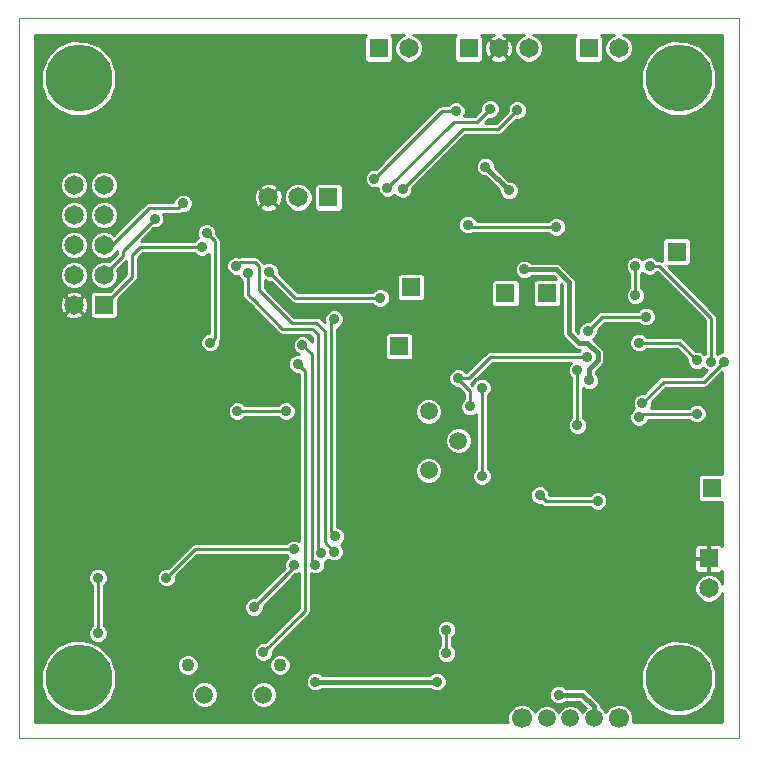
<source format=gbl>
%FSLAX34Y34*%
G04 Gerber Fmt 3.4, Leading zero omitted, Abs format*
G04 (created by PCBNEW (2013-12-26 BZR 4576)-product) date Tue 14 Jan 2014 08:15:22 PM EST*
%MOIN*%
G01*
G70*
G90*
G04 APERTURE LIST*
%ADD10C,0.005906*%
%ADD11C,0.003937*%
%ADD12C,0.222441*%
%ADD13R,0.064961X0.064961*%
%ADD14C,0.064961*%
%ADD15C,0.059055*%
%ADD16C,0.066929*%
%ADD17C,0.043307*%
%ADD18C,0.035000*%
%ADD19C,0.010000*%
%ADD20C,0.015748*%
G04 APERTURE END LIST*
G54D10*
G54D11*
X32000Y-55000D02*
X32000Y-31000D01*
X56000Y-55000D02*
X32000Y-55000D01*
X56000Y-31000D02*
X56000Y-55000D01*
X32000Y-31000D02*
X56000Y-31000D01*
G54D12*
X54000Y-53000D03*
X54000Y-33000D03*
X34000Y-53000D03*
X34000Y-33000D03*
G54D13*
X34842Y-40551D03*
G54D14*
X33842Y-40551D03*
X34842Y-39551D03*
X33842Y-39551D03*
X34842Y-38551D03*
X33842Y-38551D03*
X34842Y-37551D03*
X33842Y-37551D03*
X34842Y-36551D03*
X33842Y-36551D03*
G54D13*
X55000Y-49000D03*
G54D14*
X55000Y-50000D03*
G54D13*
X42322Y-36968D03*
G54D14*
X41322Y-36968D03*
X40322Y-36968D03*
G54D13*
X47000Y-32000D03*
G54D14*
X48000Y-32000D03*
X49000Y-32000D03*
G54D13*
X44000Y-32000D03*
G54D14*
X45000Y-32000D03*
G54D13*
X51000Y-32000D03*
G54D14*
X52000Y-32000D03*
G54D15*
X45669Y-44094D03*
X46653Y-45078D03*
X45669Y-46062D03*
X49606Y-54330D03*
X50393Y-54330D03*
X51181Y-54330D03*
G54D16*
X52007Y-54330D03*
X48779Y-54330D03*
G54D13*
X45078Y-39960D03*
X53937Y-38779D03*
X49606Y-40157D03*
X55118Y-46653D03*
X48228Y-40157D03*
X44685Y-41929D03*
G54D15*
X40157Y-53543D03*
X38188Y-53543D03*
G54D17*
X40708Y-52559D03*
X37637Y-52559D03*
G54D18*
X52795Y-43818D03*
X55511Y-42440D03*
X34645Y-49645D03*
X34645Y-51496D03*
X50944Y-42283D03*
X46653Y-42992D03*
X47047Y-43937D03*
X47559Y-35944D03*
X48346Y-36732D03*
X48858Y-39370D03*
X51023Y-43070D03*
X46574Y-34094D03*
X43858Y-36338D03*
X38110Y-38622D03*
X36535Y-37677D03*
X37480Y-37165D03*
X48622Y-34055D03*
X44803Y-36692D03*
X47716Y-34015D03*
X44291Y-36653D03*
X44055Y-40314D03*
X40354Y-39448D03*
X41889Y-49212D03*
X41456Y-41889D03*
X42519Y-41023D03*
X42559Y-48267D03*
X39645Y-39488D03*
X42086Y-48818D03*
X42519Y-48779D03*
X39251Y-39251D03*
X38385Y-41811D03*
X38267Y-38149D03*
X50000Y-53543D03*
X45944Y-53110D03*
X41889Y-53110D03*
X41299Y-42519D03*
X40157Y-52125D03*
X39291Y-44094D03*
X40905Y-44094D03*
X47440Y-53937D03*
X40629Y-40196D03*
X40000Y-41023D03*
X42519Y-49409D03*
X41141Y-49960D03*
X44645Y-48858D03*
X40354Y-35039D03*
X50551Y-35984D03*
X50787Y-34015D03*
X47755Y-48425D03*
X44921Y-52716D03*
X36850Y-51102D03*
X37322Y-53858D03*
X32716Y-46850D03*
X35551Y-43346D03*
X35551Y-45629D03*
X38779Y-47086D03*
X40314Y-47874D03*
X40748Y-46181D03*
X47362Y-41811D03*
X46811Y-40433D03*
X43307Y-41732D03*
X41220Y-43740D03*
X43937Y-39527D03*
X36141Y-40551D03*
X39133Y-36535D03*
X52913Y-44881D03*
X52559Y-43307D03*
X39842Y-50629D03*
X41181Y-49212D03*
X52559Y-40236D03*
X52559Y-39251D03*
X52913Y-40944D03*
X50984Y-41417D03*
X54606Y-42401D03*
X52677Y-41811D03*
X55078Y-42440D03*
X53031Y-39251D03*
X54606Y-44173D03*
X52677Y-44291D03*
X51299Y-47086D03*
X49370Y-46889D03*
X47440Y-43307D03*
X47440Y-46259D03*
X50629Y-42716D03*
X50629Y-44566D03*
X49921Y-37952D03*
X46968Y-37874D03*
X46259Y-51377D03*
X46259Y-52165D03*
X41181Y-48700D03*
X36929Y-49645D03*
G54D19*
X52795Y-43818D02*
X53503Y-43110D01*
X53503Y-43110D02*
X54842Y-43110D01*
X54842Y-43110D02*
X55511Y-42440D01*
X34645Y-51496D02*
X34645Y-49645D01*
X46653Y-42992D02*
X47007Y-42992D01*
X47716Y-42283D02*
X50944Y-42283D01*
X47007Y-42992D02*
X47716Y-42283D01*
X46653Y-43031D02*
X46653Y-42992D01*
X47047Y-43425D02*
X46653Y-43031D01*
X47047Y-43937D02*
X47047Y-43425D01*
G54D20*
X48346Y-36732D02*
X47559Y-35944D01*
X51299Y-42165D02*
X50944Y-41811D01*
X49921Y-39370D02*
X48858Y-39370D01*
X51023Y-42677D02*
X51299Y-42401D01*
X51299Y-42401D02*
X51299Y-42165D01*
X50354Y-41220D02*
X50354Y-39803D01*
X50354Y-39803D02*
X49921Y-39370D01*
X51023Y-43070D02*
X51023Y-42677D01*
X50354Y-41496D02*
X50354Y-41220D01*
X50669Y-41811D02*
X50354Y-41496D01*
X50944Y-41811D02*
X50669Y-41811D01*
G54D19*
X46102Y-34094D02*
X46574Y-34094D01*
X43858Y-36338D02*
X46102Y-34094D01*
X35787Y-39606D02*
X34842Y-40551D01*
X35787Y-38897D02*
X35787Y-39606D01*
X36062Y-38622D02*
X35787Y-38897D01*
X38110Y-38622D02*
X36062Y-38622D01*
X35472Y-38921D02*
X34842Y-39551D01*
X35472Y-38740D02*
X35472Y-38921D01*
X36535Y-37677D02*
X35472Y-38740D01*
X36338Y-37322D02*
X37322Y-37322D01*
X35110Y-38551D02*
X36338Y-37322D01*
X34842Y-38551D02*
X35110Y-38551D01*
X37322Y-37322D02*
X37480Y-37165D01*
X47992Y-34685D02*
X48622Y-34055D01*
X46811Y-34685D02*
X47992Y-34685D01*
X44803Y-36692D02*
X46811Y-34685D01*
X47283Y-34448D02*
X47716Y-34015D01*
X46496Y-34448D02*
X47283Y-34448D01*
X44291Y-36653D02*
X46496Y-34448D01*
X41220Y-40314D02*
X44055Y-40314D01*
X40354Y-39448D02*
X41220Y-40314D01*
X41771Y-48031D02*
X41771Y-42204D01*
X41889Y-49212D02*
X41771Y-49094D01*
X41771Y-49094D02*
X41771Y-48031D01*
X41771Y-42204D02*
X41456Y-41889D01*
X42401Y-41141D02*
X42519Y-41023D01*
X42401Y-48110D02*
X42401Y-41141D01*
X42559Y-48267D02*
X42401Y-48110D01*
X39724Y-40275D02*
X39645Y-40196D01*
X39645Y-40196D02*
X39645Y-39488D01*
X40787Y-41338D02*
X39842Y-40393D01*
X41771Y-41338D02*
X40787Y-41338D01*
X39842Y-40393D02*
X39724Y-40275D01*
X41968Y-41535D02*
X41771Y-41338D01*
X41968Y-48700D02*
X41968Y-41968D01*
X42086Y-48818D02*
X41968Y-48700D01*
X41968Y-41968D02*
X41968Y-41535D01*
X42204Y-42047D02*
X42204Y-41417D01*
X40275Y-40314D02*
X40118Y-40157D01*
X42519Y-48779D02*
X42204Y-48464D01*
X42204Y-48464D02*
X42204Y-42047D01*
X41929Y-41141D02*
X41102Y-41141D01*
X41102Y-41141D02*
X40275Y-40314D01*
X39370Y-39133D02*
X39251Y-39251D01*
X39881Y-39133D02*
X39370Y-39133D01*
X40000Y-39251D02*
X39881Y-39133D01*
X40000Y-40039D02*
X40000Y-39251D01*
X40118Y-40157D02*
X40000Y-40039D01*
X42204Y-41417D02*
X41929Y-41141D01*
X38385Y-41811D02*
X38543Y-41653D01*
X38543Y-41653D02*
X38543Y-38425D01*
X38543Y-38425D02*
X38267Y-38149D01*
G54D20*
X51181Y-54330D02*
X51181Y-53937D01*
X51181Y-53937D02*
X50787Y-53543D01*
X50787Y-53543D02*
X50000Y-53543D01*
X41889Y-53110D02*
X45944Y-53110D01*
G54D19*
X41535Y-42755D02*
X41299Y-42519D01*
X41535Y-50748D02*
X41535Y-42755D01*
X40157Y-52125D02*
X41535Y-50748D01*
X40905Y-44094D02*
X39291Y-44094D01*
X39842Y-50629D02*
X41181Y-49291D01*
X41181Y-49291D02*
X41181Y-49212D01*
X52559Y-39251D02*
X52559Y-40236D01*
X51456Y-40944D02*
X52913Y-40944D01*
X50984Y-41417D02*
X51456Y-40944D01*
X54606Y-42401D02*
X54015Y-41811D01*
X54015Y-41811D02*
X52677Y-41811D01*
X55078Y-42440D02*
X55078Y-40984D01*
X55078Y-40984D02*
X53346Y-39251D01*
X53346Y-39251D02*
X53031Y-39251D01*
X52795Y-44173D02*
X54606Y-44173D01*
X52677Y-44291D02*
X52795Y-44173D01*
X51299Y-47086D02*
X49566Y-47086D01*
X49370Y-46889D02*
X49566Y-47086D01*
X47440Y-46259D02*
X47440Y-43307D01*
X50629Y-44566D02*
X50629Y-42716D01*
X47047Y-37952D02*
X49921Y-37952D01*
X46968Y-37874D02*
X47047Y-37952D01*
X46259Y-52165D02*
X46259Y-51377D01*
X37874Y-48700D02*
X41181Y-48700D01*
X36929Y-49645D02*
X37874Y-48700D01*
G54D10*
G36*
X55450Y-54450D02*
X55262Y-54450D01*
X55262Y-52750D01*
X55070Y-52285D01*
X54715Y-51930D01*
X54252Y-51738D01*
X53750Y-51737D01*
X53285Y-51929D01*
X52930Y-52284D01*
X52738Y-52747D01*
X52737Y-53249D01*
X52929Y-53714D01*
X53284Y-54069D01*
X53747Y-54261D01*
X54249Y-54262D01*
X54714Y-54070D01*
X55069Y-53715D01*
X55261Y-53252D01*
X55262Y-52750D01*
X55262Y-54450D01*
X52483Y-54450D01*
X52492Y-54427D01*
X52492Y-54234D01*
X52418Y-54056D01*
X52282Y-53920D01*
X52104Y-53846D01*
X51911Y-53845D01*
X51733Y-53919D01*
X51624Y-54028D01*
X51624Y-47022D01*
X51574Y-46902D01*
X51483Y-46811D01*
X51364Y-46761D01*
X51234Y-46761D01*
X51115Y-46810D01*
X51039Y-46886D01*
X49695Y-46886D01*
X49695Y-46825D01*
X49645Y-46705D01*
X49554Y-46614D01*
X49435Y-46564D01*
X49305Y-46564D01*
X49186Y-46614D01*
X49094Y-46705D01*
X49045Y-46824D01*
X49045Y-46954D01*
X49094Y-47073D01*
X49185Y-47165D01*
X49305Y-47214D01*
X49412Y-47214D01*
X49425Y-47228D01*
X49490Y-47271D01*
X49566Y-47286D01*
X51039Y-47286D01*
X51114Y-47361D01*
X51234Y-47411D01*
X51363Y-47411D01*
X51483Y-47362D01*
X51574Y-47270D01*
X51624Y-47151D01*
X51624Y-47022D01*
X51624Y-54028D01*
X51597Y-54055D01*
X51573Y-54113D01*
X51558Y-54078D01*
X51433Y-53953D01*
X51409Y-53943D01*
X51409Y-53937D01*
X51392Y-53849D01*
X51342Y-53775D01*
X50949Y-53381D01*
X50874Y-53331D01*
X50787Y-53314D01*
X50230Y-53314D01*
X50184Y-53267D01*
X50064Y-53218D01*
X49935Y-53218D01*
X49816Y-53267D01*
X49724Y-53358D01*
X49675Y-53478D01*
X49674Y-53607D01*
X49724Y-53727D01*
X49815Y-53818D01*
X49935Y-53868D01*
X50064Y-53868D01*
X50183Y-53818D01*
X50230Y-53772D01*
X50692Y-53772D01*
X50901Y-53980D01*
X50803Y-54078D01*
X50787Y-54117D01*
X50771Y-54078D01*
X50646Y-53953D01*
X50482Y-53885D01*
X50305Y-53885D01*
X50141Y-53953D01*
X50016Y-54078D01*
X50000Y-54117D01*
X49984Y-54078D01*
X49858Y-53953D01*
X49695Y-53885D01*
X49518Y-53885D01*
X49354Y-53953D01*
X49229Y-54078D01*
X49214Y-54113D01*
X49190Y-54056D01*
X49054Y-53920D01*
X48876Y-53846D01*
X48683Y-53845D01*
X48505Y-53919D01*
X48368Y-54055D01*
X48294Y-54233D01*
X48294Y-54426D01*
X48304Y-54450D01*
X47098Y-54450D01*
X47098Y-44990D01*
X47031Y-44826D01*
X46906Y-44701D01*
X46742Y-44633D01*
X46565Y-44633D01*
X46401Y-44701D01*
X46276Y-44826D01*
X46208Y-44989D01*
X46208Y-45166D01*
X46275Y-45330D01*
X46400Y-45456D01*
X46564Y-45523D01*
X46741Y-45524D01*
X46905Y-45456D01*
X47030Y-45331D01*
X47098Y-45167D01*
X47098Y-44990D01*
X47098Y-54450D01*
X46584Y-54450D01*
X46584Y-52100D01*
X46535Y-51981D01*
X46459Y-51905D01*
X46459Y-51637D01*
X46535Y-51562D01*
X46584Y-51442D01*
X46584Y-51313D01*
X46535Y-51194D01*
X46444Y-51102D01*
X46324Y-51053D01*
X46195Y-51052D01*
X46114Y-51086D01*
X46114Y-45974D01*
X46114Y-44006D01*
X46046Y-43842D01*
X45921Y-43717D01*
X45758Y-43649D01*
X45581Y-43649D01*
X45553Y-43660D01*
X45553Y-40315D01*
X45553Y-40255D01*
X45553Y-39605D01*
X45530Y-39550D01*
X45488Y-39508D01*
X45433Y-39485D01*
X45373Y-39485D01*
X44724Y-39485D01*
X44668Y-39508D01*
X44626Y-39550D01*
X44603Y-39605D01*
X44603Y-39665D01*
X44603Y-40315D01*
X44626Y-40370D01*
X44668Y-40412D01*
X44724Y-40435D01*
X44783Y-40435D01*
X45433Y-40435D01*
X45488Y-40412D01*
X45530Y-40370D01*
X45553Y-40315D01*
X45553Y-43660D01*
X45417Y-43716D01*
X45292Y-43841D01*
X45224Y-44005D01*
X45223Y-44182D01*
X45291Y-44346D01*
X45416Y-44471D01*
X45580Y-44539D01*
X45757Y-44539D01*
X45921Y-44472D01*
X46046Y-44347D01*
X46114Y-44183D01*
X46114Y-44006D01*
X46114Y-45974D01*
X46046Y-45811D01*
X45921Y-45685D01*
X45758Y-45617D01*
X45581Y-45617D01*
X45417Y-45685D01*
X45292Y-45810D01*
X45224Y-45974D01*
X45223Y-46151D01*
X45291Y-46314D01*
X45416Y-46440D01*
X45580Y-46508D01*
X45757Y-46508D01*
X45921Y-46440D01*
X46046Y-46315D01*
X46114Y-46151D01*
X46114Y-45974D01*
X46114Y-51086D01*
X46075Y-51102D01*
X45984Y-51193D01*
X45934Y-51313D01*
X45934Y-51442D01*
X45984Y-51561D01*
X46059Y-51637D01*
X46059Y-51905D01*
X45984Y-51981D01*
X45934Y-52100D01*
X45934Y-52229D01*
X45984Y-52349D01*
X46075Y-52440D01*
X46194Y-52490D01*
X46324Y-52490D01*
X46443Y-52441D01*
X46535Y-52349D01*
X46584Y-52230D01*
X46584Y-52100D01*
X46584Y-54450D01*
X46269Y-54450D01*
X46269Y-53045D01*
X46220Y-52926D01*
X46129Y-52834D01*
X46009Y-52785D01*
X45880Y-52785D01*
X45761Y-52834D01*
X45714Y-52881D01*
X45159Y-52881D01*
X45159Y-42283D01*
X45159Y-42224D01*
X45159Y-41574D01*
X45137Y-41519D01*
X45094Y-41477D01*
X45039Y-41454D01*
X44980Y-41454D01*
X44380Y-41454D01*
X44380Y-40250D01*
X44330Y-40131D01*
X44239Y-40039D01*
X44120Y-39990D01*
X43990Y-39989D01*
X43871Y-40039D01*
X43795Y-40114D01*
X42797Y-40114D01*
X42797Y-37323D01*
X42797Y-37263D01*
X42797Y-36613D01*
X42774Y-36558D01*
X42732Y-36516D01*
X42677Y-36493D01*
X42617Y-36493D01*
X41968Y-36493D01*
X41913Y-36516D01*
X41870Y-36558D01*
X41848Y-36613D01*
X41848Y-36673D01*
X41848Y-37323D01*
X41870Y-37378D01*
X41913Y-37420D01*
X41968Y-37443D01*
X42027Y-37443D01*
X42677Y-37443D01*
X42732Y-37420D01*
X42774Y-37378D01*
X42797Y-37323D01*
X42797Y-40114D01*
X41797Y-40114D01*
X41797Y-36874D01*
X41725Y-36699D01*
X41592Y-36566D01*
X41417Y-36493D01*
X41228Y-36493D01*
X41054Y-36565D01*
X40920Y-36699D01*
X40848Y-36873D01*
X40847Y-37062D01*
X40920Y-37237D01*
X41053Y-37370D01*
X41227Y-37443D01*
X41416Y-37443D01*
X41591Y-37371D01*
X41725Y-37237D01*
X41797Y-37063D01*
X41797Y-36874D01*
X41797Y-40114D01*
X41303Y-40114D01*
X40800Y-39611D01*
X40800Y-36887D01*
X40732Y-36711D01*
X40717Y-36688D01*
X40642Y-36656D01*
X40635Y-36663D01*
X40635Y-36649D01*
X40603Y-36573D01*
X40430Y-36496D01*
X40242Y-36491D01*
X40065Y-36558D01*
X40042Y-36573D01*
X40010Y-36649D01*
X40322Y-36961D01*
X40635Y-36649D01*
X40635Y-36663D01*
X40329Y-36968D01*
X40642Y-37280D01*
X40717Y-37248D01*
X40794Y-37076D01*
X40800Y-36887D01*
X40800Y-39611D01*
X40679Y-39490D01*
X40679Y-39384D01*
X40635Y-39277D01*
X40635Y-37287D01*
X40322Y-36975D01*
X40315Y-36982D01*
X40315Y-36968D01*
X40003Y-36656D01*
X39928Y-36688D01*
X39850Y-36860D01*
X39845Y-37049D01*
X39912Y-37225D01*
X39928Y-37248D01*
X40003Y-37280D01*
X40315Y-36968D01*
X40315Y-36982D01*
X40010Y-37287D01*
X40042Y-37363D01*
X40214Y-37440D01*
X40403Y-37445D01*
X40580Y-37378D01*
X40603Y-37363D01*
X40635Y-37287D01*
X40635Y-39277D01*
X40630Y-39264D01*
X40538Y-39173D01*
X40419Y-39123D01*
X40289Y-39123D01*
X40180Y-39169D01*
X40141Y-39110D01*
X40023Y-38992D01*
X39958Y-38949D01*
X39881Y-38933D01*
X39370Y-38933D01*
X39345Y-38938D01*
X39316Y-38927D01*
X39187Y-38926D01*
X39068Y-38976D01*
X38976Y-39067D01*
X38927Y-39187D01*
X38926Y-39316D01*
X38976Y-39435D01*
X39067Y-39527D01*
X39187Y-39576D01*
X39316Y-39577D01*
X39328Y-39571D01*
X39369Y-39672D01*
X39445Y-39747D01*
X39445Y-40196D01*
X39460Y-40273D01*
X39504Y-40338D01*
X39582Y-40417D01*
X39701Y-40535D01*
X40645Y-41480D01*
X40710Y-41523D01*
X40787Y-41538D01*
X41688Y-41538D01*
X41768Y-41618D01*
X41768Y-41793D01*
X41732Y-41705D01*
X41641Y-41614D01*
X41521Y-41564D01*
X41392Y-41564D01*
X41272Y-41614D01*
X41181Y-41705D01*
X41131Y-41824D01*
X41131Y-41954D01*
X41181Y-42073D01*
X41272Y-42165D01*
X41343Y-42194D01*
X41234Y-42194D01*
X41115Y-42244D01*
X41023Y-42335D01*
X40974Y-42454D01*
X40974Y-42584D01*
X41023Y-42703D01*
X41114Y-42795D01*
X41234Y-42844D01*
X41335Y-42844D01*
X41335Y-48412D01*
X41246Y-48375D01*
X41230Y-48375D01*
X41230Y-44030D01*
X41181Y-43910D01*
X41089Y-43819D01*
X40970Y-43769D01*
X40841Y-43769D01*
X40721Y-43818D01*
X40645Y-43894D01*
X39550Y-43894D01*
X39475Y-43819D01*
X39356Y-43769D01*
X39226Y-43769D01*
X39107Y-43818D01*
X39015Y-43910D01*
X38966Y-44029D01*
X38966Y-44158D01*
X39015Y-44278D01*
X39107Y-44369D01*
X39226Y-44419D01*
X39355Y-44419D01*
X39475Y-44370D01*
X39551Y-44294D01*
X40645Y-44294D01*
X40721Y-44369D01*
X40840Y-44419D01*
X40969Y-44419D01*
X41089Y-44370D01*
X41180Y-44278D01*
X41230Y-44159D01*
X41230Y-44030D01*
X41230Y-48375D01*
X41116Y-48375D01*
X40997Y-48425D01*
X40921Y-48500D01*
X38743Y-48500D01*
X38743Y-41653D01*
X38743Y-38425D01*
X38728Y-38348D01*
X38728Y-38348D01*
X38713Y-38327D01*
X38684Y-38283D01*
X38684Y-38283D01*
X38592Y-38191D01*
X38592Y-38085D01*
X38543Y-37965D01*
X38452Y-37874D01*
X38332Y-37824D01*
X38203Y-37824D01*
X38083Y-37873D01*
X37992Y-37965D01*
X37942Y-38084D01*
X37942Y-38213D01*
X37987Y-38321D01*
X37926Y-38346D01*
X37850Y-38422D01*
X36073Y-38422D01*
X36493Y-38002D01*
X36599Y-38002D01*
X36719Y-37952D01*
X36810Y-37861D01*
X36860Y-37742D01*
X36860Y-37612D01*
X36823Y-37522D01*
X37322Y-37522D01*
X37399Y-37507D01*
X37425Y-37490D01*
X37544Y-37490D01*
X37664Y-37441D01*
X37755Y-37349D01*
X37805Y-37230D01*
X37805Y-37100D01*
X37755Y-36981D01*
X37664Y-36889D01*
X37545Y-36840D01*
X37415Y-36840D01*
X37296Y-36889D01*
X37204Y-36981D01*
X37155Y-37100D01*
X37155Y-37122D01*
X36338Y-37122D01*
X36274Y-37135D01*
X36262Y-37138D01*
X36197Y-37181D01*
X35317Y-38061D01*
X35317Y-37457D01*
X35317Y-36457D01*
X35262Y-36324D01*
X35262Y-32750D01*
X35070Y-32285D01*
X34715Y-31930D01*
X34252Y-31738D01*
X33750Y-31737D01*
X33285Y-31929D01*
X32930Y-32284D01*
X32738Y-32747D01*
X32737Y-33249D01*
X32929Y-33714D01*
X33284Y-34069D01*
X33747Y-34261D01*
X34249Y-34262D01*
X34714Y-34070D01*
X35069Y-33715D01*
X35261Y-33252D01*
X35262Y-32750D01*
X35262Y-36324D01*
X35245Y-36282D01*
X35111Y-36148D01*
X34937Y-36076D01*
X34748Y-36076D01*
X34573Y-36148D01*
X34440Y-36281D01*
X34367Y-36456D01*
X34367Y-36645D01*
X34439Y-36819D01*
X34573Y-36953D01*
X34747Y-37025D01*
X34936Y-37026D01*
X35111Y-36953D01*
X35244Y-36820D01*
X35317Y-36646D01*
X35317Y-36457D01*
X35317Y-37457D01*
X35245Y-37282D01*
X35111Y-37148D01*
X34937Y-37076D01*
X34748Y-37076D01*
X34573Y-37148D01*
X34440Y-37281D01*
X34367Y-37456D01*
X34367Y-37645D01*
X34439Y-37819D01*
X34573Y-37953D01*
X34747Y-38025D01*
X34936Y-38026D01*
X35111Y-37953D01*
X35244Y-37820D01*
X35317Y-37646D01*
X35317Y-37457D01*
X35317Y-38061D01*
X35170Y-38207D01*
X35111Y-38148D01*
X34937Y-38076D01*
X34748Y-38076D01*
X34573Y-38148D01*
X34440Y-38281D01*
X34367Y-38456D01*
X34367Y-38645D01*
X34439Y-38819D01*
X34573Y-38953D01*
X34747Y-39025D01*
X34936Y-39026D01*
X35111Y-38953D01*
X35244Y-38820D01*
X35272Y-38753D01*
X35272Y-38838D01*
X35005Y-39104D01*
X34937Y-39076D01*
X34748Y-39076D01*
X34573Y-39148D01*
X34440Y-39281D01*
X34367Y-39456D01*
X34367Y-39645D01*
X34439Y-39819D01*
X34573Y-39953D01*
X34747Y-40025D01*
X34936Y-40026D01*
X35111Y-39953D01*
X35244Y-39820D01*
X35317Y-39646D01*
X35317Y-39457D01*
X35288Y-39387D01*
X35587Y-39089D01*
X35587Y-39523D01*
X35034Y-40076D01*
X34487Y-40076D01*
X34432Y-40099D01*
X34390Y-40141D01*
X34367Y-40196D01*
X34367Y-40256D01*
X34367Y-40905D01*
X34390Y-40960D01*
X34432Y-41003D01*
X34487Y-41025D01*
X34547Y-41025D01*
X35197Y-41025D01*
X35252Y-41003D01*
X35294Y-40960D01*
X35317Y-40905D01*
X35317Y-40846D01*
X35317Y-40359D01*
X35928Y-39747D01*
X35928Y-39747D01*
X35972Y-39682D01*
X35987Y-39606D01*
X35987Y-38980D01*
X36145Y-38822D01*
X37850Y-38822D01*
X37925Y-38897D01*
X38045Y-38946D01*
X38174Y-38947D01*
X38294Y-38897D01*
X38343Y-38848D01*
X38343Y-41485D01*
X38321Y-41485D01*
X38201Y-41535D01*
X38110Y-41626D01*
X38060Y-41746D01*
X38060Y-41875D01*
X38110Y-41994D01*
X38201Y-42086D01*
X38320Y-42135D01*
X38450Y-42136D01*
X38569Y-42086D01*
X38661Y-41995D01*
X38710Y-41875D01*
X38710Y-41755D01*
X38728Y-41730D01*
X38728Y-41730D01*
X38730Y-41717D01*
X38743Y-41653D01*
X38743Y-41653D01*
X38743Y-48500D01*
X37874Y-48500D01*
X37797Y-48516D01*
X37732Y-48559D01*
X36971Y-49320D01*
X36864Y-49320D01*
X36745Y-49369D01*
X36653Y-49461D01*
X36604Y-49580D01*
X36604Y-49710D01*
X36653Y-49829D01*
X36744Y-49921D01*
X36864Y-49970D01*
X36993Y-49970D01*
X37112Y-49921D01*
X37204Y-49830D01*
X37254Y-49710D01*
X37254Y-49603D01*
X37956Y-48900D01*
X40921Y-48900D01*
X40977Y-48956D01*
X40905Y-49028D01*
X40856Y-49147D01*
X40856Y-49276D01*
X40872Y-49317D01*
X39884Y-50304D01*
X39778Y-50304D01*
X39658Y-50354D01*
X39567Y-50445D01*
X39517Y-50564D01*
X39517Y-50694D01*
X39566Y-50813D01*
X39658Y-50905D01*
X39777Y-50954D01*
X39906Y-50954D01*
X40026Y-50905D01*
X40117Y-50814D01*
X40167Y-50694D01*
X40167Y-50587D01*
X41217Y-49537D01*
X41245Y-49537D01*
X41335Y-49500D01*
X41335Y-50665D01*
X40199Y-51801D01*
X40093Y-51800D01*
X39973Y-51850D01*
X39882Y-51941D01*
X39832Y-52061D01*
X39832Y-52190D01*
X39881Y-52309D01*
X39973Y-52401D01*
X40092Y-52450D01*
X40221Y-52451D01*
X40341Y-52401D01*
X40432Y-52310D01*
X40482Y-52190D01*
X40482Y-52083D01*
X41676Y-50889D01*
X41676Y-50889D01*
X41705Y-50846D01*
X41720Y-50824D01*
X41720Y-50824D01*
X41735Y-50748D01*
X41735Y-50748D01*
X41735Y-49500D01*
X41824Y-49537D01*
X41954Y-49537D01*
X42073Y-49488D01*
X42165Y-49396D01*
X42214Y-49277D01*
X42214Y-49148D01*
X42203Y-49122D01*
X42270Y-49094D01*
X42322Y-49042D01*
X42335Y-49054D01*
X42454Y-49104D01*
X42584Y-49104D01*
X42703Y-49055D01*
X42795Y-48963D01*
X42844Y-48844D01*
X42844Y-48715D01*
X42795Y-48595D01*
X42743Y-48543D01*
X42834Y-48452D01*
X42883Y-48332D01*
X42884Y-48203D01*
X42834Y-48083D01*
X42743Y-47992D01*
X42623Y-47942D01*
X42601Y-47942D01*
X42601Y-41341D01*
X42703Y-41299D01*
X42795Y-41207D01*
X42844Y-41088D01*
X42844Y-40959D01*
X42795Y-40839D01*
X42704Y-40748D01*
X42584Y-40698D01*
X42455Y-40698D01*
X42335Y-40747D01*
X42244Y-40839D01*
X42194Y-40958D01*
X42194Y-41087D01*
X42206Y-41116D01*
X42203Y-41133D01*
X42070Y-41000D01*
X42005Y-40956D01*
X41929Y-40941D01*
X41185Y-40941D01*
X40417Y-40173D01*
X40417Y-40173D01*
X40417Y-40173D01*
X40259Y-40016D01*
X40200Y-39956D01*
X40200Y-39736D01*
X40289Y-39773D01*
X40396Y-39773D01*
X41079Y-40456D01*
X41143Y-40499D01*
X41220Y-40514D01*
X43795Y-40514D01*
X43870Y-40590D01*
X43990Y-40639D01*
X44119Y-40640D01*
X44238Y-40590D01*
X44330Y-40499D01*
X44380Y-40379D01*
X44380Y-40250D01*
X44380Y-41454D01*
X44330Y-41454D01*
X44275Y-41477D01*
X44233Y-41519D01*
X44210Y-41574D01*
X44210Y-41634D01*
X44210Y-42283D01*
X44233Y-42338D01*
X44275Y-42381D01*
X44330Y-42403D01*
X44390Y-42403D01*
X45039Y-42403D01*
X45094Y-42381D01*
X45137Y-42338D01*
X45159Y-42283D01*
X45159Y-52881D01*
X42120Y-52881D01*
X42074Y-52834D01*
X41954Y-52785D01*
X41825Y-52785D01*
X41705Y-52834D01*
X41614Y-52925D01*
X41564Y-53045D01*
X41564Y-53174D01*
X41614Y-53294D01*
X41705Y-53385D01*
X41824Y-53435D01*
X41954Y-53435D01*
X42073Y-53385D01*
X42120Y-53338D01*
X45714Y-53338D01*
X45760Y-53385D01*
X45879Y-53435D01*
X46009Y-53435D01*
X46128Y-53385D01*
X46220Y-53294D01*
X46269Y-53175D01*
X46269Y-53045D01*
X46269Y-54450D01*
X41075Y-54450D01*
X41075Y-52486D01*
X41019Y-52351D01*
X40916Y-52248D01*
X40781Y-52192D01*
X40636Y-52192D01*
X40501Y-52248D01*
X40398Y-52351D01*
X40342Y-52485D01*
X40342Y-52631D01*
X40397Y-52766D01*
X40500Y-52869D01*
X40635Y-52925D01*
X40781Y-52925D01*
X40916Y-52869D01*
X41019Y-52766D01*
X41075Y-52632D01*
X41075Y-52486D01*
X41075Y-54450D01*
X40602Y-54450D01*
X40602Y-53455D01*
X40535Y-53291D01*
X40410Y-53166D01*
X40246Y-53098D01*
X40069Y-53097D01*
X39905Y-53165D01*
X39780Y-53290D01*
X39712Y-53454D01*
X39712Y-53631D01*
X39779Y-53795D01*
X39904Y-53920D01*
X40068Y-53988D01*
X40245Y-53988D01*
X40409Y-53921D01*
X40534Y-53795D01*
X40602Y-53632D01*
X40602Y-53455D01*
X40602Y-54450D01*
X38634Y-54450D01*
X38634Y-53455D01*
X38566Y-53291D01*
X38441Y-53166D01*
X38277Y-53098D01*
X38100Y-53097D01*
X38004Y-53137D01*
X38004Y-52486D01*
X37948Y-52351D01*
X37845Y-52248D01*
X37711Y-52192D01*
X37565Y-52192D01*
X37430Y-52248D01*
X37327Y-52351D01*
X37271Y-52485D01*
X37271Y-52631D01*
X37326Y-52766D01*
X37429Y-52869D01*
X37564Y-52925D01*
X37710Y-52925D01*
X37845Y-52869D01*
X37948Y-52766D01*
X38004Y-52632D01*
X38004Y-52486D01*
X38004Y-53137D01*
X37937Y-53165D01*
X37811Y-53290D01*
X37743Y-53454D01*
X37743Y-53631D01*
X37811Y-53795D01*
X37936Y-53920D01*
X38100Y-53988D01*
X38277Y-53988D01*
X38440Y-53921D01*
X38566Y-53795D01*
X38634Y-53632D01*
X38634Y-53455D01*
X38634Y-54450D01*
X35262Y-54450D01*
X35262Y-52750D01*
X35070Y-52285D01*
X34970Y-52185D01*
X34970Y-51431D01*
X34921Y-51312D01*
X34845Y-51236D01*
X34845Y-49905D01*
X34921Y-49830D01*
X34970Y-49710D01*
X34970Y-49581D01*
X34921Y-49461D01*
X34830Y-49370D01*
X34710Y-49320D01*
X34581Y-49320D01*
X34461Y-49369D01*
X34370Y-49461D01*
X34320Y-49580D01*
X34320Y-49710D01*
X34369Y-49829D01*
X34445Y-49905D01*
X34445Y-51236D01*
X34370Y-51311D01*
X34320Y-51431D01*
X34320Y-51560D01*
X34369Y-51679D01*
X34461Y-51771D01*
X34580Y-51821D01*
X34710Y-51821D01*
X34829Y-51771D01*
X34921Y-51680D01*
X34970Y-51560D01*
X34970Y-51431D01*
X34970Y-52185D01*
X34715Y-51930D01*
X34319Y-51766D01*
X34319Y-40470D01*
X34317Y-40464D01*
X34317Y-39457D01*
X34317Y-38457D01*
X34317Y-37457D01*
X34317Y-36457D01*
X34245Y-36282D01*
X34111Y-36148D01*
X33937Y-36076D01*
X33748Y-36076D01*
X33573Y-36148D01*
X33440Y-36281D01*
X33367Y-36456D01*
X33367Y-36645D01*
X33439Y-36819D01*
X33573Y-36953D01*
X33747Y-37025D01*
X33936Y-37026D01*
X34111Y-36953D01*
X34244Y-36820D01*
X34317Y-36646D01*
X34317Y-36457D01*
X34317Y-37457D01*
X34245Y-37282D01*
X34111Y-37148D01*
X33937Y-37076D01*
X33748Y-37076D01*
X33573Y-37148D01*
X33440Y-37281D01*
X33367Y-37456D01*
X33367Y-37645D01*
X33439Y-37819D01*
X33573Y-37953D01*
X33747Y-38025D01*
X33936Y-38026D01*
X34111Y-37953D01*
X34244Y-37820D01*
X34317Y-37646D01*
X34317Y-37457D01*
X34317Y-38457D01*
X34245Y-38282D01*
X34111Y-38148D01*
X33937Y-38076D01*
X33748Y-38076D01*
X33573Y-38148D01*
X33440Y-38281D01*
X33367Y-38456D01*
X33367Y-38645D01*
X33439Y-38819D01*
X33573Y-38953D01*
X33747Y-39025D01*
X33936Y-39026D01*
X34111Y-38953D01*
X34244Y-38820D01*
X34317Y-38646D01*
X34317Y-38457D01*
X34317Y-39457D01*
X34245Y-39282D01*
X34111Y-39148D01*
X33937Y-39076D01*
X33748Y-39076D01*
X33573Y-39148D01*
X33440Y-39281D01*
X33367Y-39456D01*
X33367Y-39645D01*
X33439Y-39819D01*
X33573Y-39953D01*
X33747Y-40025D01*
X33936Y-40026D01*
X34111Y-39953D01*
X34244Y-39820D01*
X34317Y-39646D01*
X34317Y-39457D01*
X34317Y-40464D01*
X34252Y-40293D01*
X34237Y-40270D01*
X34161Y-40238D01*
X34154Y-40246D01*
X34154Y-40231D01*
X34123Y-40156D01*
X33950Y-40079D01*
X33761Y-40073D01*
X33585Y-40141D01*
X33562Y-40156D01*
X33530Y-40231D01*
X33842Y-40544D01*
X34154Y-40231D01*
X34154Y-40246D01*
X33849Y-40551D01*
X34161Y-40863D01*
X34237Y-40831D01*
X34314Y-40659D01*
X34319Y-40470D01*
X34319Y-51766D01*
X34252Y-51738D01*
X34154Y-51737D01*
X34154Y-40870D01*
X33842Y-40558D01*
X33835Y-40565D01*
X33835Y-40551D01*
X33523Y-40238D01*
X33447Y-40270D01*
X33370Y-40443D01*
X33365Y-40631D01*
X33432Y-40808D01*
X33447Y-40831D01*
X33523Y-40863D01*
X33835Y-40551D01*
X33835Y-40565D01*
X33530Y-40870D01*
X33562Y-40945D01*
X33734Y-41023D01*
X33923Y-41028D01*
X34099Y-40961D01*
X34123Y-40945D01*
X34154Y-40870D01*
X34154Y-51737D01*
X33750Y-51737D01*
X33285Y-51929D01*
X32930Y-52284D01*
X32738Y-52747D01*
X32737Y-53249D01*
X32929Y-53714D01*
X33284Y-54069D01*
X33747Y-54261D01*
X34249Y-54262D01*
X34714Y-54070D01*
X35069Y-53715D01*
X35261Y-53252D01*
X35262Y-52750D01*
X35262Y-54450D01*
X32550Y-54450D01*
X32550Y-31550D01*
X43588Y-31550D01*
X43548Y-31590D01*
X43525Y-31645D01*
X43525Y-31705D01*
X43525Y-32354D01*
X43548Y-32409D01*
X43590Y-32451D01*
X43645Y-32474D01*
X43705Y-32474D01*
X44354Y-32474D01*
X44409Y-32451D01*
X44451Y-32409D01*
X44474Y-32354D01*
X44474Y-32294D01*
X44474Y-31645D01*
X44451Y-31590D01*
X44411Y-31550D01*
X44845Y-31550D01*
X44731Y-31597D01*
X44597Y-31730D01*
X44525Y-31905D01*
X44525Y-32094D01*
X44597Y-32268D01*
X44730Y-32402D01*
X44905Y-32474D01*
X45094Y-32474D01*
X45268Y-32402D01*
X45402Y-32269D01*
X45474Y-32094D01*
X45474Y-31905D01*
X45402Y-31731D01*
X45269Y-31597D01*
X45154Y-31550D01*
X46588Y-31550D01*
X46548Y-31590D01*
X46525Y-31645D01*
X46525Y-31705D01*
X46525Y-32354D01*
X46548Y-32409D01*
X46590Y-32451D01*
X46645Y-32474D01*
X46705Y-32474D01*
X47354Y-32474D01*
X47409Y-32451D01*
X47451Y-32409D01*
X47474Y-32354D01*
X47474Y-32294D01*
X47474Y-31645D01*
X47451Y-31590D01*
X47411Y-31550D01*
X47847Y-31550D01*
X47742Y-31589D01*
X47719Y-31605D01*
X47687Y-31680D01*
X48000Y-31992D01*
X48312Y-31680D01*
X48280Y-31605D01*
X48156Y-31550D01*
X48845Y-31550D01*
X48731Y-31597D01*
X48597Y-31730D01*
X48525Y-31905D01*
X48525Y-32094D01*
X48597Y-32268D01*
X48730Y-32402D01*
X48905Y-32474D01*
X49094Y-32474D01*
X49268Y-32402D01*
X49402Y-32269D01*
X49474Y-32094D01*
X49474Y-31905D01*
X49402Y-31731D01*
X49269Y-31597D01*
X49154Y-31550D01*
X50588Y-31550D01*
X50548Y-31590D01*
X50525Y-31645D01*
X50525Y-31705D01*
X50525Y-32354D01*
X50548Y-32409D01*
X50590Y-32451D01*
X50645Y-32474D01*
X50705Y-32474D01*
X51354Y-32474D01*
X51409Y-32451D01*
X51451Y-32409D01*
X51474Y-32354D01*
X51474Y-32294D01*
X51474Y-31645D01*
X51451Y-31590D01*
X51411Y-31550D01*
X51845Y-31550D01*
X51731Y-31597D01*
X51597Y-31730D01*
X51525Y-31905D01*
X51525Y-32094D01*
X51597Y-32268D01*
X51730Y-32402D01*
X51905Y-32474D01*
X52094Y-32474D01*
X52268Y-32402D01*
X52402Y-32269D01*
X52474Y-32094D01*
X52474Y-31905D01*
X52402Y-31731D01*
X52269Y-31597D01*
X52154Y-31550D01*
X55450Y-31550D01*
X55450Y-42115D01*
X55447Y-42115D01*
X55327Y-42165D01*
X55295Y-42197D01*
X55278Y-42181D01*
X55278Y-40984D01*
X55263Y-40907D01*
X55262Y-40906D01*
X55262Y-32750D01*
X55070Y-32285D01*
X54715Y-31930D01*
X54252Y-31738D01*
X53750Y-31737D01*
X53285Y-31929D01*
X52930Y-32284D01*
X52738Y-32747D01*
X52737Y-33249D01*
X52929Y-33714D01*
X53284Y-34069D01*
X53747Y-34261D01*
X54249Y-34262D01*
X54714Y-34070D01*
X55069Y-33715D01*
X55261Y-33252D01*
X55262Y-32750D01*
X55262Y-40906D01*
X55220Y-40842D01*
X53631Y-39254D01*
X53642Y-39254D01*
X54291Y-39254D01*
X54346Y-39231D01*
X54388Y-39189D01*
X54411Y-39134D01*
X54411Y-39074D01*
X54411Y-38424D01*
X54388Y-38369D01*
X54346Y-38327D01*
X54291Y-38304D01*
X54231Y-38304D01*
X53582Y-38304D01*
X53527Y-38327D01*
X53485Y-38369D01*
X53462Y-38424D01*
X53462Y-38484D01*
X53462Y-39093D01*
X53422Y-39067D01*
X53346Y-39051D01*
X53291Y-39051D01*
X53215Y-38976D01*
X53096Y-38927D01*
X52967Y-38926D01*
X52847Y-38976D01*
X52795Y-39028D01*
X52743Y-38976D01*
X52623Y-38927D01*
X52494Y-38926D01*
X52375Y-38976D01*
X52283Y-39067D01*
X52234Y-39187D01*
X52233Y-39316D01*
X52283Y-39435D01*
X52359Y-39511D01*
X52359Y-39976D01*
X52283Y-40051D01*
X52234Y-40171D01*
X52233Y-40300D01*
X52283Y-40420D01*
X52374Y-40511D01*
X52494Y-40561D01*
X52623Y-40561D01*
X52742Y-40511D01*
X52834Y-40420D01*
X52883Y-40301D01*
X52884Y-40171D01*
X52834Y-40052D01*
X52759Y-39976D01*
X52759Y-39511D01*
X52795Y-39475D01*
X52847Y-39527D01*
X52966Y-39576D01*
X53095Y-39577D01*
X53215Y-39527D01*
X53277Y-39465D01*
X54878Y-41067D01*
X54878Y-42181D01*
X54862Y-42197D01*
X54790Y-42126D01*
X54671Y-42076D01*
X54564Y-42076D01*
X54157Y-41669D01*
X54092Y-41626D01*
X54015Y-41611D01*
X53238Y-41611D01*
X53238Y-40880D01*
X53189Y-40761D01*
X53097Y-40669D01*
X52978Y-40619D01*
X52849Y-40619D01*
X52729Y-40669D01*
X52653Y-40744D01*
X51456Y-40744D01*
X51392Y-40757D01*
X51380Y-40760D01*
X51315Y-40803D01*
X51026Y-41092D01*
X50919Y-41092D01*
X50800Y-41141D01*
X50708Y-41232D01*
X50659Y-41352D01*
X50659Y-41477D01*
X50583Y-41401D01*
X50583Y-41220D01*
X50583Y-39803D01*
X50565Y-39715D01*
X50516Y-39641D01*
X50246Y-39371D01*
X50246Y-37888D01*
X50196Y-37768D01*
X50105Y-37677D01*
X49986Y-37627D01*
X49856Y-37627D01*
X49737Y-37677D01*
X49661Y-37752D01*
X48947Y-37752D01*
X48947Y-33990D01*
X48897Y-33871D01*
X48806Y-33779D01*
X48686Y-33730D01*
X48557Y-33730D01*
X48477Y-33763D01*
X48477Y-31919D01*
X48410Y-31742D01*
X48394Y-31719D01*
X48319Y-31687D01*
X48007Y-32000D01*
X48319Y-32312D01*
X48394Y-32280D01*
X48471Y-32108D01*
X48477Y-31919D01*
X48477Y-33763D01*
X48438Y-33779D01*
X48346Y-33870D01*
X48312Y-33953D01*
X48312Y-32319D01*
X48000Y-32007D01*
X47992Y-32014D01*
X47992Y-32000D01*
X47680Y-31687D01*
X47605Y-31719D01*
X47528Y-31891D01*
X47522Y-32080D01*
X47589Y-32257D01*
X47605Y-32280D01*
X47680Y-32312D01*
X47992Y-32000D01*
X47992Y-32014D01*
X47687Y-32319D01*
X47719Y-32394D01*
X47891Y-32471D01*
X48080Y-32477D01*
X48257Y-32410D01*
X48280Y-32394D01*
X48312Y-32319D01*
X48312Y-33953D01*
X48297Y-33990D01*
X48297Y-34097D01*
X47909Y-34485D01*
X47530Y-34485D01*
X47674Y-34340D01*
X47780Y-34340D01*
X47900Y-34291D01*
X47991Y-34200D01*
X48041Y-34080D01*
X48041Y-33951D01*
X47992Y-33831D01*
X47900Y-33740D01*
X47781Y-33690D01*
X47652Y-33690D01*
X47532Y-33740D01*
X47441Y-33831D01*
X47391Y-33950D01*
X47391Y-34057D01*
X47200Y-34248D01*
X46862Y-34248D01*
X46899Y-34159D01*
X46899Y-34030D01*
X46850Y-33910D01*
X46759Y-33819D01*
X46639Y-33769D01*
X46510Y-33769D01*
X46390Y-33818D01*
X46315Y-33894D01*
X46102Y-33894D01*
X46038Y-33907D01*
X46025Y-33909D01*
X45960Y-33953D01*
X43900Y-36013D01*
X43793Y-36013D01*
X43674Y-36062D01*
X43582Y-36154D01*
X43533Y-36273D01*
X43533Y-36402D01*
X43582Y-36522D01*
X43673Y-36613D01*
X43793Y-36663D01*
X43922Y-36663D01*
X43966Y-36645D01*
X43966Y-36717D01*
X44015Y-36837D01*
X44107Y-36928D01*
X44226Y-36978D01*
X44355Y-36978D01*
X44475Y-36929D01*
X44527Y-36876D01*
X44618Y-36968D01*
X44738Y-37017D01*
X44867Y-37017D01*
X44987Y-36968D01*
X45078Y-36877D01*
X45128Y-36757D01*
X45128Y-36650D01*
X46893Y-34885D01*
X47992Y-34885D01*
X48068Y-34869D01*
X48133Y-34826D01*
X48579Y-34380D01*
X48686Y-34380D01*
X48805Y-34330D01*
X48897Y-34239D01*
X48946Y-34120D01*
X48947Y-33990D01*
X48947Y-37752D01*
X48671Y-37752D01*
X48671Y-36667D01*
X48622Y-36548D01*
X48530Y-36456D01*
X48411Y-36407D01*
X48344Y-36407D01*
X47884Y-35946D01*
X47884Y-35880D01*
X47834Y-35761D01*
X47743Y-35669D01*
X47623Y-35619D01*
X47494Y-35619D01*
X47375Y-35669D01*
X47283Y-35760D01*
X47234Y-35879D01*
X47233Y-36009D01*
X47283Y-36128D01*
X47374Y-36220D01*
X47494Y-36269D01*
X47560Y-36269D01*
X48021Y-36730D01*
X48021Y-36796D01*
X48070Y-36916D01*
X48162Y-37007D01*
X48281Y-37057D01*
X48410Y-37057D01*
X48530Y-37007D01*
X48621Y-36916D01*
X48671Y-36797D01*
X48671Y-36667D01*
X48671Y-37752D01*
X47270Y-37752D01*
X47244Y-37690D01*
X47152Y-37598D01*
X47033Y-37549D01*
X46904Y-37548D01*
X46784Y-37598D01*
X46693Y-37689D01*
X46643Y-37809D01*
X46643Y-37938D01*
X46692Y-38057D01*
X46784Y-38149D01*
X46903Y-38198D01*
X47032Y-38199D01*
X47144Y-38152D01*
X49661Y-38152D01*
X49736Y-38228D01*
X49856Y-38277D01*
X49985Y-38277D01*
X50105Y-38228D01*
X50196Y-38137D01*
X50246Y-38017D01*
X50246Y-37888D01*
X50246Y-39371D01*
X50083Y-39208D01*
X50008Y-39158D01*
X49921Y-39141D01*
X49089Y-39141D01*
X49042Y-39094D01*
X48923Y-39045D01*
X48793Y-39045D01*
X48674Y-39094D01*
X48582Y-39185D01*
X48533Y-39305D01*
X48533Y-39434D01*
X48582Y-39553D01*
X48673Y-39645D01*
X48793Y-39695D01*
X48922Y-39695D01*
X49042Y-39645D01*
X49089Y-39598D01*
X49826Y-39598D01*
X49910Y-39682D01*
X49901Y-39682D01*
X49251Y-39682D01*
X49196Y-39705D01*
X49154Y-39747D01*
X49131Y-39802D01*
X49131Y-39862D01*
X49131Y-40512D01*
X49154Y-40567D01*
X49196Y-40609D01*
X49251Y-40632D01*
X49311Y-40632D01*
X49960Y-40632D01*
X50016Y-40609D01*
X50058Y-40567D01*
X50081Y-40512D01*
X50081Y-40452D01*
X50081Y-39853D01*
X50125Y-39897D01*
X50125Y-41220D01*
X50125Y-41496D01*
X50143Y-41583D01*
X50192Y-41657D01*
X50507Y-41972D01*
X50581Y-42022D01*
X50669Y-42039D01*
X50728Y-42039D01*
X50685Y-42083D01*
X48703Y-42083D01*
X48703Y-40512D01*
X48703Y-40452D01*
X48703Y-39802D01*
X48680Y-39747D01*
X48638Y-39705D01*
X48582Y-39682D01*
X48523Y-39682D01*
X47873Y-39682D01*
X47818Y-39705D01*
X47776Y-39747D01*
X47753Y-39802D01*
X47753Y-39862D01*
X47753Y-40512D01*
X47776Y-40567D01*
X47818Y-40609D01*
X47873Y-40632D01*
X47933Y-40632D01*
X48582Y-40632D01*
X48638Y-40609D01*
X48680Y-40567D01*
X48703Y-40512D01*
X48703Y-42083D01*
X47716Y-42083D01*
X47652Y-42096D01*
X47639Y-42098D01*
X47575Y-42142D01*
X46925Y-42792D01*
X46913Y-42792D01*
X46837Y-42716D01*
X46718Y-42667D01*
X46589Y-42667D01*
X46469Y-42716D01*
X46378Y-42807D01*
X46328Y-42927D01*
X46328Y-43056D01*
X46377Y-43175D01*
X46469Y-43267D01*
X46588Y-43317D01*
X46656Y-43317D01*
X46847Y-43508D01*
X46847Y-43677D01*
X46771Y-43752D01*
X46722Y-43872D01*
X46722Y-44001D01*
X46771Y-44120D01*
X46862Y-44212D01*
X46982Y-44261D01*
X47111Y-44262D01*
X47231Y-44212D01*
X47240Y-44202D01*
X47240Y-46000D01*
X47165Y-46075D01*
X47116Y-46194D01*
X47115Y-46324D01*
X47165Y-46443D01*
X47256Y-46535D01*
X47376Y-46584D01*
X47505Y-46584D01*
X47624Y-46535D01*
X47716Y-46444D01*
X47765Y-46324D01*
X47766Y-46195D01*
X47716Y-46075D01*
X47640Y-46000D01*
X47640Y-43566D01*
X47716Y-43491D01*
X47765Y-43372D01*
X47766Y-43242D01*
X47716Y-43123D01*
X47625Y-43031D01*
X47505Y-42982D01*
X47376Y-42982D01*
X47257Y-43031D01*
X47165Y-43122D01*
X47125Y-43220D01*
X47082Y-43177D01*
X47084Y-43176D01*
X47149Y-43133D01*
X47799Y-42483D01*
X50403Y-42483D01*
X50354Y-42532D01*
X50304Y-42651D01*
X50304Y-42780D01*
X50354Y-42900D01*
X50429Y-42976D01*
X50429Y-44307D01*
X50354Y-44382D01*
X50304Y-44501D01*
X50304Y-44631D01*
X50354Y-44750D01*
X50445Y-44842D01*
X50564Y-44891D01*
X50694Y-44891D01*
X50813Y-44842D01*
X50905Y-44751D01*
X50954Y-44631D01*
X50954Y-44502D01*
X50905Y-44383D01*
X50829Y-44307D01*
X50829Y-43336D01*
X50839Y-43346D01*
X50958Y-43395D01*
X51087Y-43395D01*
X51207Y-43346D01*
X51298Y-43255D01*
X51348Y-43135D01*
X51348Y-43006D01*
X51299Y-42887D01*
X51252Y-42839D01*
X51252Y-42771D01*
X51460Y-42563D01*
X51510Y-42489D01*
X51527Y-42401D01*
X51527Y-42165D01*
X51510Y-42077D01*
X51460Y-42003D01*
X51155Y-41698D01*
X51168Y-41693D01*
X51259Y-41601D01*
X51309Y-41482D01*
X51309Y-41375D01*
X51539Y-41144D01*
X52653Y-41144D01*
X52729Y-41220D01*
X52848Y-41269D01*
X52977Y-41269D01*
X53097Y-41220D01*
X53188Y-41129D01*
X53238Y-41009D01*
X53238Y-40880D01*
X53238Y-41611D01*
X52936Y-41611D01*
X52861Y-41535D01*
X52742Y-41486D01*
X52612Y-41485D01*
X52493Y-41535D01*
X52401Y-41626D01*
X52352Y-41746D01*
X52352Y-41875D01*
X52401Y-41994D01*
X52492Y-42086D01*
X52612Y-42135D01*
X52741Y-42136D01*
X52861Y-42086D01*
X52936Y-42011D01*
X53932Y-42011D01*
X54281Y-42359D01*
X54281Y-42465D01*
X54330Y-42585D01*
X54421Y-42676D01*
X54541Y-42726D01*
X54670Y-42726D01*
X54790Y-42677D01*
X54822Y-42644D01*
X54894Y-42716D01*
X54936Y-42733D01*
X54759Y-42910D01*
X53503Y-42910D01*
X53440Y-42922D01*
X53427Y-42925D01*
X53362Y-42968D01*
X52837Y-43493D01*
X52730Y-43493D01*
X52611Y-43543D01*
X52519Y-43634D01*
X52470Y-43753D01*
X52470Y-43883D01*
X52519Y-44002D01*
X52521Y-44004D01*
X52493Y-44015D01*
X52401Y-44107D01*
X52352Y-44226D01*
X52352Y-44355D01*
X52401Y-44475D01*
X52492Y-44566D01*
X52612Y-44616D01*
X52741Y-44616D01*
X52861Y-44567D01*
X52952Y-44475D01*
X52995Y-44373D01*
X54346Y-44373D01*
X54421Y-44448D01*
X54541Y-44498D01*
X54670Y-44498D01*
X54790Y-44448D01*
X54881Y-44357D01*
X54931Y-44238D01*
X54931Y-44108D01*
X54881Y-43989D01*
X54790Y-43897D01*
X54671Y-43848D01*
X54541Y-43848D01*
X54422Y-43897D01*
X54346Y-43973D01*
X53083Y-43973D01*
X53120Y-43883D01*
X53120Y-43776D01*
X53586Y-43310D01*
X54842Y-43310D01*
X54919Y-43295D01*
X54983Y-43251D01*
X55450Y-42785D01*
X55450Y-46178D01*
X55413Y-46178D01*
X54763Y-46178D01*
X54708Y-46201D01*
X54666Y-46243D01*
X54643Y-46298D01*
X54643Y-46358D01*
X54643Y-47008D01*
X54666Y-47063D01*
X54708Y-47105D01*
X54763Y-47128D01*
X54823Y-47128D01*
X55450Y-47128D01*
X55450Y-48588D01*
X55409Y-48548D01*
X55354Y-48525D01*
X55294Y-48525D01*
X55042Y-48525D01*
X55005Y-48562D01*
X55005Y-48995D01*
X55012Y-48995D01*
X55012Y-49005D01*
X55005Y-49005D01*
X55005Y-49437D01*
X55042Y-49474D01*
X55294Y-49474D01*
X55354Y-49474D01*
X55409Y-49451D01*
X55450Y-49411D01*
X55450Y-49845D01*
X55402Y-49731D01*
X55269Y-49597D01*
X55094Y-49525D01*
X54995Y-49525D01*
X54995Y-49437D01*
X54995Y-49005D01*
X54995Y-48995D01*
X54995Y-48562D01*
X54957Y-48525D01*
X54705Y-48525D01*
X54645Y-48525D01*
X54590Y-48548D01*
X54548Y-48590D01*
X54525Y-48645D01*
X54525Y-48957D01*
X54562Y-48995D01*
X54995Y-48995D01*
X54995Y-49005D01*
X54562Y-49005D01*
X54525Y-49042D01*
X54525Y-49354D01*
X54548Y-49409D01*
X54590Y-49451D01*
X54645Y-49474D01*
X54705Y-49474D01*
X54957Y-49474D01*
X54995Y-49437D01*
X54995Y-49525D01*
X54905Y-49525D01*
X54731Y-49597D01*
X54597Y-49730D01*
X54525Y-49905D01*
X54525Y-50094D01*
X54597Y-50268D01*
X54730Y-50402D01*
X54905Y-50474D01*
X55094Y-50474D01*
X55268Y-50402D01*
X55402Y-50269D01*
X55450Y-50154D01*
X55450Y-54450D01*
X55450Y-54450D01*
G37*
G54D19*
X55450Y-54450D02*
X55262Y-54450D01*
X55262Y-52750D01*
X55070Y-52285D01*
X54715Y-51930D01*
X54252Y-51738D01*
X53750Y-51737D01*
X53285Y-51929D01*
X52930Y-52284D01*
X52738Y-52747D01*
X52737Y-53249D01*
X52929Y-53714D01*
X53284Y-54069D01*
X53747Y-54261D01*
X54249Y-54262D01*
X54714Y-54070D01*
X55069Y-53715D01*
X55261Y-53252D01*
X55262Y-52750D01*
X55262Y-54450D01*
X52483Y-54450D01*
X52492Y-54427D01*
X52492Y-54234D01*
X52418Y-54056D01*
X52282Y-53920D01*
X52104Y-53846D01*
X51911Y-53845D01*
X51733Y-53919D01*
X51624Y-54028D01*
X51624Y-47022D01*
X51574Y-46902D01*
X51483Y-46811D01*
X51364Y-46761D01*
X51234Y-46761D01*
X51115Y-46810D01*
X51039Y-46886D01*
X49695Y-46886D01*
X49695Y-46825D01*
X49645Y-46705D01*
X49554Y-46614D01*
X49435Y-46564D01*
X49305Y-46564D01*
X49186Y-46614D01*
X49094Y-46705D01*
X49045Y-46824D01*
X49045Y-46954D01*
X49094Y-47073D01*
X49185Y-47165D01*
X49305Y-47214D01*
X49412Y-47214D01*
X49425Y-47228D01*
X49490Y-47271D01*
X49566Y-47286D01*
X51039Y-47286D01*
X51114Y-47361D01*
X51234Y-47411D01*
X51363Y-47411D01*
X51483Y-47362D01*
X51574Y-47270D01*
X51624Y-47151D01*
X51624Y-47022D01*
X51624Y-54028D01*
X51597Y-54055D01*
X51573Y-54113D01*
X51558Y-54078D01*
X51433Y-53953D01*
X51409Y-53943D01*
X51409Y-53937D01*
X51392Y-53849D01*
X51342Y-53775D01*
X50949Y-53381D01*
X50874Y-53331D01*
X50787Y-53314D01*
X50230Y-53314D01*
X50184Y-53267D01*
X50064Y-53218D01*
X49935Y-53218D01*
X49816Y-53267D01*
X49724Y-53358D01*
X49675Y-53478D01*
X49674Y-53607D01*
X49724Y-53727D01*
X49815Y-53818D01*
X49935Y-53868D01*
X50064Y-53868D01*
X50183Y-53818D01*
X50230Y-53772D01*
X50692Y-53772D01*
X50901Y-53980D01*
X50803Y-54078D01*
X50787Y-54117D01*
X50771Y-54078D01*
X50646Y-53953D01*
X50482Y-53885D01*
X50305Y-53885D01*
X50141Y-53953D01*
X50016Y-54078D01*
X50000Y-54117D01*
X49984Y-54078D01*
X49858Y-53953D01*
X49695Y-53885D01*
X49518Y-53885D01*
X49354Y-53953D01*
X49229Y-54078D01*
X49214Y-54113D01*
X49190Y-54056D01*
X49054Y-53920D01*
X48876Y-53846D01*
X48683Y-53845D01*
X48505Y-53919D01*
X48368Y-54055D01*
X48294Y-54233D01*
X48294Y-54426D01*
X48304Y-54450D01*
X47098Y-54450D01*
X47098Y-44990D01*
X47031Y-44826D01*
X46906Y-44701D01*
X46742Y-44633D01*
X46565Y-44633D01*
X46401Y-44701D01*
X46276Y-44826D01*
X46208Y-44989D01*
X46208Y-45166D01*
X46275Y-45330D01*
X46400Y-45456D01*
X46564Y-45523D01*
X46741Y-45524D01*
X46905Y-45456D01*
X47030Y-45331D01*
X47098Y-45167D01*
X47098Y-44990D01*
X47098Y-54450D01*
X46584Y-54450D01*
X46584Y-52100D01*
X46535Y-51981D01*
X46459Y-51905D01*
X46459Y-51637D01*
X46535Y-51562D01*
X46584Y-51442D01*
X46584Y-51313D01*
X46535Y-51194D01*
X46444Y-51102D01*
X46324Y-51053D01*
X46195Y-51052D01*
X46114Y-51086D01*
X46114Y-45974D01*
X46114Y-44006D01*
X46046Y-43842D01*
X45921Y-43717D01*
X45758Y-43649D01*
X45581Y-43649D01*
X45553Y-43660D01*
X45553Y-40315D01*
X45553Y-40255D01*
X45553Y-39605D01*
X45530Y-39550D01*
X45488Y-39508D01*
X45433Y-39485D01*
X45373Y-39485D01*
X44724Y-39485D01*
X44668Y-39508D01*
X44626Y-39550D01*
X44603Y-39605D01*
X44603Y-39665D01*
X44603Y-40315D01*
X44626Y-40370D01*
X44668Y-40412D01*
X44724Y-40435D01*
X44783Y-40435D01*
X45433Y-40435D01*
X45488Y-40412D01*
X45530Y-40370D01*
X45553Y-40315D01*
X45553Y-43660D01*
X45417Y-43716D01*
X45292Y-43841D01*
X45224Y-44005D01*
X45223Y-44182D01*
X45291Y-44346D01*
X45416Y-44471D01*
X45580Y-44539D01*
X45757Y-44539D01*
X45921Y-44472D01*
X46046Y-44347D01*
X46114Y-44183D01*
X46114Y-44006D01*
X46114Y-45974D01*
X46046Y-45811D01*
X45921Y-45685D01*
X45758Y-45617D01*
X45581Y-45617D01*
X45417Y-45685D01*
X45292Y-45810D01*
X45224Y-45974D01*
X45223Y-46151D01*
X45291Y-46314D01*
X45416Y-46440D01*
X45580Y-46508D01*
X45757Y-46508D01*
X45921Y-46440D01*
X46046Y-46315D01*
X46114Y-46151D01*
X46114Y-45974D01*
X46114Y-51086D01*
X46075Y-51102D01*
X45984Y-51193D01*
X45934Y-51313D01*
X45934Y-51442D01*
X45984Y-51561D01*
X46059Y-51637D01*
X46059Y-51905D01*
X45984Y-51981D01*
X45934Y-52100D01*
X45934Y-52229D01*
X45984Y-52349D01*
X46075Y-52440D01*
X46194Y-52490D01*
X46324Y-52490D01*
X46443Y-52441D01*
X46535Y-52349D01*
X46584Y-52230D01*
X46584Y-52100D01*
X46584Y-54450D01*
X46269Y-54450D01*
X46269Y-53045D01*
X46220Y-52926D01*
X46129Y-52834D01*
X46009Y-52785D01*
X45880Y-52785D01*
X45761Y-52834D01*
X45714Y-52881D01*
X45159Y-52881D01*
X45159Y-42283D01*
X45159Y-42224D01*
X45159Y-41574D01*
X45137Y-41519D01*
X45094Y-41477D01*
X45039Y-41454D01*
X44980Y-41454D01*
X44380Y-41454D01*
X44380Y-40250D01*
X44330Y-40131D01*
X44239Y-40039D01*
X44120Y-39990D01*
X43990Y-39989D01*
X43871Y-40039D01*
X43795Y-40114D01*
X42797Y-40114D01*
X42797Y-37323D01*
X42797Y-37263D01*
X42797Y-36613D01*
X42774Y-36558D01*
X42732Y-36516D01*
X42677Y-36493D01*
X42617Y-36493D01*
X41968Y-36493D01*
X41913Y-36516D01*
X41870Y-36558D01*
X41848Y-36613D01*
X41848Y-36673D01*
X41848Y-37323D01*
X41870Y-37378D01*
X41913Y-37420D01*
X41968Y-37443D01*
X42027Y-37443D01*
X42677Y-37443D01*
X42732Y-37420D01*
X42774Y-37378D01*
X42797Y-37323D01*
X42797Y-40114D01*
X41797Y-40114D01*
X41797Y-36874D01*
X41725Y-36699D01*
X41592Y-36566D01*
X41417Y-36493D01*
X41228Y-36493D01*
X41054Y-36565D01*
X40920Y-36699D01*
X40848Y-36873D01*
X40847Y-37062D01*
X40920Y-37237D01*
X41053Y-37370D01*
X41227Y-37443D01*
X41416Y-37443D01*
X41591Y-37371D01*
X41725Y-37237D01*
X41797Y-37063D01*
X41797Y-36874D01*
X41797Y-40114D01*
X41303Y-40114D01*
X40800Y-39611D01*
X40800Y-36887D01*
X40732Y-36711D01*
X40717Y-36688D01*
X40642Y-36656D01*
X40635Y-36663D01*
X40635Y-36649D01*
X40603Y-36573D01*
X40430Y-36496D01*
X40242Y-36491D01*
X40065Y-36558D01*
X40042Y-36573D01*
X40010Y-36649D01*
X40322Y-36961D01*
X40635Y-36649D01*
X40635Y-36663D01*
X40329Y-36968D01*
X40642Y-37280D01*
X40717Y-37248D01*
X40794Y-37076D01*
X40800Y-36887D01*
X40800Y-39611D01*
X40679Y-39490D01*
X40679Y-39384D01*
X40635Y-39277D01*
X40635Y-37287D01*
X40322Y-36975D01*
X40315Y-36982D01*
X40315Y-36968D01*
X40003Y-36656D01*
X39928Y-36688D01*
X39850Y-36860D01*
X39845Y-37049D01*
X39912Y-37225D01*
X39928Y-37248D01*
X40003Y-37280D01*
X40315Y-36968D01*
X40315Y-36982D01*
X40010Y-37287D01*
X40042Y-37363D01*
X40214Y-37440D01*
X40403Y-37445D01*
X40580Y-37378D01*
X40603Y-37363D01*
X40635Y-37287D01*
X40635Y-39277D01*
X40630Y-39264D01*
X40538Y-39173D01*
X40419Y-39123D01*
X40289Y-39123D01*
X40180Y-39169D01*
X40141Y-39110D01*
X40023Y-38992D01*
X39958Y-38949D01*
X39881Y-38933D01*
X39370Y-38933D01*
X39345Y-38938D01*
X39316Y-38927D01*
X39187Y-38926D01*
X39068Y-38976D01*
X38976Y-39067D01*
X38927Y-39187D01*
X38926Y-39316D01*
X38976Y-39435D01*
X39067Y-39527D01*
X39187Y-39576D01*
X39316Y-39577D01*
X39328Y-39571D01*
X39369Y-39672D01*
X39445Y-39747D01*
X39445Y-40196D01*
X39460Y-40273D01*
X39504Y-40338D01*
X39582Y-40417D01*
X39701Y-40535D01*
X40645Y-41480D01*
X40710Y-41523D01*
X40787Y-41538D01*
X41688Y-41538D01*
X41768Y-41618D01*
X41768Y-41793D01*
X41732Y-41705D01*
X41641Y-41614D01*
X41521Y-41564D01*
X41392Y-41564D01*
X41272Y-41614D01*
X41181Y-41705D01*
X41131Y-41824D01*
X41131Y-41954D01*
X41181Y-42073D01*
X41272Y-42165D01*
X41343Y-42194D01*
X41234Y-42194D01*
X41115Y-42244D01*
X41023Y-42335D01*
X40974Y-42454D01*
X40974Y-42584D01*
X41023Y-42703D01*
X41114Y-42795D01*
X41234Y-42844D01*
X41335Y-42844D01*
X41335Y-48412D01*
X41246Y-48375D01*
X41230Y-48375D01*
X41230Y-44030D01*
X41181Y-43910D01*
X41089Y-43819D01*
X40970Y-43769D01*
X40841Y-43769D01*
X40721Y-43818D01*
X40645Y-43894D01*
X39550Y-43894D01*
X39475Y-43819D01*
X39356Y-43769D01*
X39226Y-43769D01*
X39107Y-43818D01*
X39015Y-43910D01*
X38966Y-44029D01*
X38966Y-44158D01*
X39015Y-44278D01*
X39107Y-44369D01*
X39226Y-44419D01*
X39355Y-44419D01*
X39475Y-44370D01*
X39551Y-44294D01*
X40645Y-44294D01*
X40721Y-44369D01*
X40840Y-44419D01*
X40969Y-44419D01*
X41089Y-44370D01*
X41180Y-44278D01*
X41230Y-44159D01*
X41230Y-44030D01*
X41230Y-48375D01*
X41116Y-48375D01*
X40997Y-48425D01*
X40921Y-48500D01*
X38743Y-48500D01*
X38743Y-41653D01*
X38743Y-38425D01*
X38728Y-38348D01*
X38728Y-38348D01*
X38713Y-38327D01*
X38684Y-38283D01*
X38684Y-38283D01*
X38592Y-38191D01*
X38592Y-38085D01*
X38543Y-37965D01*
X38452Y-37874D01*
X38332Y-37824D01*
X38203Y-37824D01*
X38083Y-37873D01*
X37992Y-37965D01*
X37942Y-38084D01*
X37942Y-38213D01*
X37987Y-38321D01*
X37926Y-38346D01*
X37850Y-38422D01*
X36073Y-38422D01*
X36493Y-38002D01*
X36599Y-38002D01*
X36719Y-37952D01*
X36810Y-37861D01*
X36860Y-37742D01*
X36860Y-37612D01*
X36823Y-37522D01*
X37322Y-37522D01*
X37399Y-37507D01*
X37425Y-37490D01*
X37544Y-37490D01*
X37664Y-37441D01*
X37755Y-37349D01*
X37805Y-37230D01*
X37805Y-37100D01*
X37755Y-36981D01*
X37664Y-36889D01*
X37545Y-36840D01*
X37415Y-36840D01*
X37296Y-36889D01*
X37204Y-36981D01*
X37155Y-37100D01*
X37155Y-37122D01*
X36338Y-37122D01*
X36274Y-37135D01*
X36262Y-37138D01*
X36197Y-37181D01*
X35317Y-38061D01*
X35317Y-37457D01*
X35317Y-36457D01*
X35262Y-36324D01*
X35262Y-32750D01*
X35070Y-32285D01*
X34715Y-31930D01*
X34252Y-31738D01*
X33750Y-31737D01*
X33285Y-31929D01*
X32930Y-32284D01*
X32738Y-32747D01*
X32737Y-33249D01*
X32929Y-33714D01*
X33284Y-34069D01*
X33747Y-34261D01*
X34249Y-34262D01*
X34714Y-34070D01*
X35069Y-33715D01*
X35261Y-33252D01*
X35262Y-32750D01*
X35262Y-36324D01*
X35245Y-36282D01*
X35111Y-36148D01*
X34937Y-36076D01*
X34748Y-36076D01*
X34573Y-36148D01*
X34440Y-36281D01*
X34367Y-36456D01*
X34367Y-36645D01*
X34439Y-36819D01*
X34573Y-36953D01*
X34747Y-37025D01*
X34936Y-37026D01*
X35111Y-36953D01*
X35244Y-36820D01*
X35317Y-36646D01*
X35317Y-36457D01*
X35317Y-37457D01*
X35245Y-37282D01*
X35111Y-37148D01*
X34937Y-37076D01*
X34748Y-37076D01*
X34573Y-37148D01*
X34440Y-37281D01*
X34367Y-37456D01*
X34367Y-37645D01*
X34439Y-37819D01*
X34573Y-37953D01*
X34747Y-38025D01*
X34936Y-38026D01*
X35111Y-37953D01*
X35244Y-37820D01*
X35317Y-37646D01*
X35317Y-37457D01*
X35317Y-38061D01*
X35170Y-38207D01*
X35111Y-38148D01*
X34937Y-38076D01*
X34748Y-38076D01*
X34573Y-38148D01*
X34440Y-38281D01*
X34367Y-38456D01*
X34367Y-38645D01*
X34439Y-38819D01*
X34573Y-38953D01*
X34747Y-39025D01*
X34936Y-39026D01*
X35111Y-38953D01*
X35244Y-38820D01*
X35272Y-38753D01*
X35272Y-38838D01*
X35005Y-39104D01*
X34937Y-39076D01*
X34748Y-39076D01*
X34573Y-39148D01*
X34440Y-39281D01*
X34367Y-39456D01*
X34367Y-39645D01*
X34439Y-39819D01*
X34573Y-39953D01*
X34747Y-40025D01*
X34936Y-40026D01*
X35111Y-39953D01*
X35244Y-39820D01*
X35317Y-39646D01*
X35317Y-39457D01*
X35288Y-39387D01*
X35587Y-39089D01*
X35587Y-39523D01*
X35034Y-40076D01*
X34487Y-40076D01*
X34432Y-40099D01*
X34390Y-40141D01*
X34367Y-40196D01*
X34367Y-40256D01*
X34367Y-40905D01*
X34390Y-40960D01*
X34432Y-41003D01*
X34487Y-41025D01*
X34547Y-41025D01*
X35197Y-41025D01*
X35252Y-41003D01*
X35294Y-40960D01*
X35317Y-40905D01*
X35317Y-40846D01*
X35317Y-40359D01*
X35928Y-39747D01*
X35928Y-39747D01*
X35972Y-39682D01*
X35987Y-39606D01*
X35987Y-38980D01*
X36145Y-38822D01*
X37850Y-38822D01*
X37925Y-38897D01*
X38045Y-38946D01*
X38174Y-38947D01*
X38294Y-38897D01*
X38343Y-38848D01*
X38343Y-41485D01*
X38321Y-41485D01*
X38201Y-41535D01*
X38110Y-41626D01*
X38060Y-41746D01*
X38060Y-41875D01*
X38110Y-41994D01*
X38201Y-42086D01*
X38320Y-42135D01*
X38450Y-42136D01*
X38569Y-42086D01*
X38661Y-41995D01*
X38710Y-41875D01*
X38710Y-41755D01*
X38728Y-41730D01*
X38728Y-41730D01*
X38730Y-41717D01*
X38743Y-41653D01*
X38743Y-41653D01*
X38743Y-48500D01*
X37874Y-48500D01*
X37797Y-48516D01*
X37732Y-48559D01*
X36971Y-49320D01*
X36864Y-49320D01*
X36745Y-49369D01*
X36653Y-49461D01*
X36604Y-49580D01*
X36604Y-49710D01*
X36653Y-49829D01*
X36744Y-49921D01*
X36864Y-49970D01*
X36993Y-49970D01*
X37112Y-49921D01*
X37204Y-49830D01*
X37254Y-49710D01*
X37254Y-49603D01*
X37956Y-48900D01*
X40921Y-48900D01*
X40977Y-48956D01*
X40905Y-49028D01*
X40856Y-49147D01*
X40856Y-49276D01*
X40872Y-49317D01*
X39884Y-50304D01*
X39778Y-50304D01*
X39658Y-50354D01*
X39567Y-50445D01*
X39517Y-50564D01*
X39517Y-50694D01*
X39566Y-50813D01*
X39658Y-50905D01*
X39777Y-50954D01*
X39906Y-50954D01*
X40026Y-50905D01*
X40117Y-50814D01*
X40167Y-50694D01*
X40167Y-50587D01*
X41217Y-49537D01*
X41245Y-49537D01*
X41335Y-49500D01*
X41335Y-50665D01*
X40199Y-51801D01*
X40093Y-51800D01*
X39973Y-51850D01*
X39882Y-51941D01*
X39832Y-52061D01*
X39832Y-52190D01*
X39881Y-52309D01*
X39973Y-52401D01*
X40092Y-52450D01*
X40221Y-52451D01*
X40341Y-52401D01*
X40432Y-52310D01*
X40482Y-52190D01*
X40482Y-52083D01*
X41676Y-50889D01*
X41676Y-50889D01*
X41705Y-50846D01*
X41720Y-50824D01*
X41720Y-50824D01*
X41735Y-50748D01*
X41735Y-50748D01*
X41735Y-49500D01*
X41824Y-49537D01*
X41954Y-49537D01*
X42073Y-49488D01*
X42165Y-49396D01*
X42214Y-49277D01*
X42214Y-49148D01*
X42203Y-49122D01*
X42270Y-49094D01*
X42322Y-49042D01*
X42335Y-49054D01*
X42454Y-49104D01*
X42584Y-49104D01*
X42703Y-49055D01*
X42795Y-48963D01*
X42844Y-48844D01*
X42844Y-48715D01*
X42795Y-48595D01*
X42743Y-48543D01*
X42834Y-48452D01*
X42883Y-48332D01*
X42884Y-48203D01*
X42834Y-48083D01*
X42743Y-47992D01*
X42623Y-47942D01*
X42601Y-47942D01*
X42601Y-41341D01*
X42703Y-41299D01*
X42795Y-41207D01*
X42844Y-41088D01*
X42844Y-40959D01*
X42795Y-40839D01*
X42704Y-40748D01*
X42584Y-40698D01*
X42455Y-40698D01*
X42335Y-40747D01*
X42244Y-40839D01*
X42194Y-40958D01*
X42194Y-41087D01*
X42206Y-41116D01*
X42203Y-41133D01*
X42070Y-41000D01*
X42005Y-40956D01*
X41929Y-40941D01*
X41185Y-40941D01*
X40417Y-40173D01*
X40417Y-40173D01*
X40417Y-40173D01*
X40259Y-40016D01*
X40200Y-39956D01*
X40200Y-39736D01*
X40289Y-39773D01*
X40396Y-39773D01*
X41079Y-40456D01*
X41143Y-40499D01*
X41220Y-40514D01*
X43795Y-40514D01*
X43870Y-40590D01*
X43990Y-40639D01*
X44119Y-40640D01*
X44238Y-40590D01*
X44330Y-40499D01*
X44380Y-40379D01*
X44380Y-40250D01*
X44380Y-41454D01*
X44330Y-41454D01*
X44275Y-41477D01*
X44233Y-41519D01*
X44210Y-41574D01*
X44210Y-41634D01*
X44210Y-42283D01*
X44233Y-42338D01*
X44275Y-42381D01*
X44330Y-42403D01*
X44390Y-42403D01*
X45039Y-42403D01*
X45094Y-42381D01*
X45137Y-42338D01*
X45159Y-42283D01*
X45159Y-52881D01*
X42120Y-52881D01*
X42074Y-52834D01*
X41954Y-52785D01*
X41825Y-52785D01*
X41705Y-52834D01*
X41614Y-52925D01*
X41564Y-53045D01*
X41564Y-53174D01*
X41614Y-53294D01*
X41705Y-53385D01*
X41824Y-53435D01*
X41954Y-53435D01*
X42073Y-53385D01*
X42120Y-53338D01*
X45714Y-53338D01*
X45760Y-53385D01*
X45879Y-53435D01*
X46009Y-53435D01*
X46128Y-53385D01*
X46220Y-53294D01*
X46269Y-53175D01*
X46269Y-53045D01*
X46269Y-54450D01*
X41075Y-54450D01*
X41075Y-52486D01*
X41019Y-52351D01*
X40916Y-52248D01*
X40781Y-52192D01*
X40636Y-52192D01*
X40501Y-52248D01*
X40398Y-52351D01*
X40342Y-52485D01*
X40342Y-52631D01*
X40397Y-52766D01*
X40500Y-52869D01*
X40635Y-52925D01*
X40781Y-52925D01*
X40916Y-52869D01*
X41019Y-52766D01*
X41075Y-52632D01*
X41075Y-52486D01*
X41075Y-54450D01*
X40602Y-54450D01*
X40602Y-53455D01*
X40535Y-53291D01*
X40410Y-53166D01*
X40246Y-53098D01*
X40069Y-53097D01*
X39905Y-53165D01*
X39780Y-53290D01*
X39712Y-53454D01*
X39712Y-53631D01*
X39779Y-53795D01*
X39904Y-53920D01*
X40068Y-53988D01*
X40245Y-53988D01*
X40409Y-53921D01*
X40534Y-53795D01*
X40602Y-53632D01*
X40602Y-53455D01*
X40602Y-54450D01*
X38634Y-54450D01*
X38634Y-53455D01*
X38566Y-53291D01*
X38441Y-53166D01*
X38277Y-53098D01*
X38100Y-53097D01*
X38004Y-53137D01*
X38004Y-52486D01*
X37948Y-52351D01*
X37845Y-52248D01*
X37711Y-52192D01*
X37565Y-52192D01*
X37430Y-52248D01*
X37327Y-52351D01*
X37271Y-52485D01*
X37271Y-52631D01*
X37326Y-52766D01*
X37429Y-52869D01*
X37564Y-52925D01*
X37710Y-52925D01*
X37845Y-52869D01*
X37948Y-52766D01*
X38004Y-52632D01*
X38004Y-52486D01*
X38004Y-53137D01*
X37937Y-53165D01*
X37811Y-53290D01*
X37743Y-53454D01*
X37743Y-53631D01*
X37811Y-53795D01*
X37936Y-53920D01*
X38100Y-53988D01*
X38277Y-53988D01*
X38440Y-53921D01*
X38566Y-53795D01*
X38634Y-53632D01*
X38634Y-53455D01*
X38634Y-54450D01*
X35262Y-54450D01*
X35262Y-52750D01*
X35070Y-52285D01*
X34970Y-52185D01*
X34970Y-51431D01*
X34921Y-51312D01*
X34845Y-51236D01*
X34845Y-49905D01*
X34921Y-49830D01*
X34970Y-49710D01*
X34970Y-49581D01*
X34921Y-49461D01*
X34830Y-49370D01*
X34710Y-49320D01*
X34581Y-49320D01*
X34461Y-49369D01*
X34370Y-49461D01*
X34320Y-49580D01*
X34320Y-49710D01*
X34369Y-49829D01*
X34445Y-49905D01*
X34445Y-51236D01*
X34370Y-51311D01*
X34320Y-51431D01*
X34320Y-51560D01*
X34369Y-51679D01*
X34461Y-51771D01*
X34580Y-51821D01*
X34710Y-51821D01*
X34829Y-51771D01*
X34921Y-51680D01*
X34970Y-51560D01*
X34970Y-51431D01*
X34970Y-52185D01*
X34715Y-51930D01*
X34319Y-51766D01*
X34319Y-40470D01*
X34317Y-40464D01*
X34317Y-39457D01*
X34317Y-38457D01*
X34317Y-37457D01*
X34317Y-36457D01*
X34245Y-36282D01*
X34111Y-36148D01*
X33937Y-36076D01*
X33748Y-36076D01*
X33573Y-36148D01*
X33440Y-36281D01*
X33367Y-36456D01*
X33367Y-36645D01*
X33439Y-36819D01*
X33573Y-36953D01*
X33747Y-37025D01*
X33936Y-37026D01*
X34111Y-36953D01*
X34244Y-36820D01*
X34317Y-36646D01*
X34317Y-36457D01*
X34317Y-37457D01*
X34245Y-37282D01*
X34111Y-37148D01*
X33937Y-37076D01*
X33748Y-37076D01*
X33573Y-37148D01*
X33440Y-37281D01*
X33367Y-37456D01*
X33367Y-37645D01*
X33439Y-37819D01*
X33573Y-37953D01*
X33747Y-38025D01*
X33936Y-38026D01*
X34111Y-37953D01*
X34244Y-37820D01*
X34317Y-37646D01*
X34317Y-37457D01*
X34317Y-38457D01*
X34245Y-38282D01*
X34111Y-38148D01*
X33937Y-38076D01*
X33748Y-38076D01*
X33573Y-38148D01*
X33440Y-38281D01*
X33367Y-38456D01*
X33367Y-38645D01*
X33439Y-38819D01*
X33573Y-38953D01*
X33747Y-39025D01*
X33936Y-39026D01*
X34111Y-38953D01*
X34244Y-38820D01*
X34317Y-38646D01*
X34317Y-38457D01*
X34317Y-39457D01*
X34245Y-39282D01*
X34111Y-39148D01*
X33937Y-39076D01*
X33748Y-39076D01*
X33573Y-39148D01*
X33440Y-39281D01*
X33367Y-39456D01*
X33367Y-39645D01*
X33439Y-39819D01*
X33573Y-39953D01*
X33747Y-40025D01*
X33936Y-40026D01*
X34111Y-39953D01*
X34244Y-39820D01*
X34317Y-39646D01*
X34317Y-39457D01*
X34317Y-40464D01*
X34252Y-40293D01*
X34237Y-40270D01*
X34161Y-40238D01*
X34154Y-40246D01*
X34154Y-40231D01*
X34123Y-40156D01*
X33950Y-40079D01*
X33761Y-40073D01*
X33585Y-40141D01*
X33562Y-40156D01*
X33530Y-40231D01*
X33842Y-40544D01*
X34154Y-40231D01*
X34154Y-40246D01*
X33849Y-40551D01*
X34161Y-40863D01*
X34237Y-40831D01*
X34314Y-40659D01*
X34319Y-40470D01*
X34319Y-51766D01*
X34252Y-51738D01*
X34154Y-51737D01*
X34154Y-40870D01*
X33842Y-40558D01*
X33835Y-40565D01*
X33835Y-40551D01*
X33523Y-40238D01*
X33447Y-40270D01*
X33370Y-40443D01*
X33365Y-40631D01*
X33432Y-40808D01*
X33447Y-40831D01*
X33523Y-40863D01*
X33835Y-40551D01*
X33835Y-40565D01*
X33530Y-40870D01*
X33562Y-40945D01*
X33734Y-41023D01*
X33923Y-41028D01*
X34099Y-40961D01*
X34123Y-40945D01*
X34154Y-40870D01*
X34154Y-51737D01*
X33750Y-51737D01*
X33285Y-51929D01*
X32930Y-52284D01*
X32738Y-52747D01*
X32737Y-53249D01*
X32929Y-53714D01*
X33284Y-54069D01*
X33747Y-54261D01*
X34249Y-54262D01*
X34714Y-54070D01*
X35069Y-53715D01*
X35261Y-53252D01*
X35262Y-52750D01*
X35262Y-54450D01*
X32550Y-54450D01*
X32550Y-31550D01*
X43588Y-31550D01*
X43548Y-31590D01*
X43525Y-31645D01*
X43525Y-31705D01*
X43525Y-32354D01*
X43548Y-32409D01*
X43590Y-32451D01*
X43645Y-32474D01*
X43705Y-32474D01*
X44354Y-32474D01*
X44409Y-32451D01*
X44451Y-32409D01*
X44474Y-32354D01*
X44474Y-32294D01*
X44474Y-31645D01*
X44451Y-31590D01*
X44411Y-31550D01*
X44845Y-31550D01*
X44731Y-31597D01*
X44597Y-31730D01*
X44525Y-31905D01*
X44525Y-32094D01*
X44597Y-32268D01*
X44730Y-32402D01*
X44905Y-32474D01*
X45094Y-32474D01*
X45268Y-32402D01*
X45402Y-32269D01*
X45474Y-32094D01*
X45474Y-31905D01*
X45402Y-31731D01*
X45269Y-31597D01*
X45154Y-31550D01*
X46588Y-31550D01*
X46548Y-31590D01*
X46525Y-31645D01*
X46525Y-31705D01*
X46525Y-32354D01*
X46548Y-32409D01*
X46590Y-32451D01*
X46645Y-32474D01*
X46705Y-32474D01*
X47354Y-32474D01*
X47409Y-32451D01*
X47451Y-32409D01*
X47474Y-32354D01*
X47474Y-32294D01*
X47474Y-31645D01*
X47451Y-31590D01*
X47411Y-31550D01*
X47847Y-31550D01*
X47742Y-31589D01*
X47719Y-31605D01*
X47687Y-31680D01*
X48000Y-31992D01*
X48312Y-31680D01*
X48280Y-31605D01*
X48156Y-31550D01*
X48845Y-31550D01*
X48731Y-31597D01*
X48597Y-31730D01*
X48525Y-31905D01*
X48525Y-32094D01*
X48597Y-32268D01*
X48730Y-32402D01*
X48905Y-32474D01*
X49094Y-32474D01*
X49268Y-32402D01*
X49402Y-32269D01*
X49474Y-32094D01*
X49474Y-31905D01*
X49402Y-31731D01*
X49269Y-31597D01*
X49154Y-31550D01*
X50588Y-31550D01*
X50548Y-31590D01*
X50525Y-31645D01*
X50525Y-31705D01*
X50525Y-32354D01*
X50548Y-32409D01*
X50590Y-32451D01*
X50645Y-32474D01*
X50705Y-32474D01*
X51354Y-32474D01*
X51409Y-32451D01*
X51451Y-32409D01*
X51474Y-32354D01*
X51474Y-32294D01*
X51474Y-31645D01*
X51451Y-31590D01*
X51411Y-31550D01*
X51845Y-31550D01*
X51731Y-31597D01*
X51597Y-31730D01*
X51525Y-31905D01*
X51525Y-32094D01*
X51597Y-32268D01*
X51730Y-32402D01*
X51905Y-32474D01*
X52094Y-32474D01*
X52268Y-32402D01*
X52402Y-32269D01*
X52474Y-32094D01*
X52474Y-31905D01*
X52402Y-31731D01*
X52269Y-31597D01*
X52154Y-31550D01*
X55450Y-31550D01*
X55450Y-42115D01*
X55447Y-42115D01*
X55327Y-42165D01*
X55295Y-42197D01*
X55278Y-42181D01*
X55278Y-40984D01*
X55263Y-40907D01*
X55262Y-40906D01*
X55262Y-32750D01*
X55070Y-32285D01*
X54715Y-31930D01*
X54252Y-31738D01*
X53750Y-31737D01*
X53285Y-31929D01*
X52930Y-32284D01*
X52738Y-32747D01*
X52737Y-33249D01*
X52929Y-33714D01*
X53284Y-34069D01*
X53747Y-34261D01*
X54249Y-34262D01*
X54714Y-34070D01*
X55069Y-33715D01*
X55261Y-33252D01*
X55262Y-32750D01*
X55262Y-40906D01*
X55220Y-40842D01*
X53631Y-39254D01*
X53642Y-39254D01*
X54291Y-39254D01*
X54346Y-39231D01*
X54388Y-39189D01*
X54411Y-39134D01*
X54411Y-39074D01*
X54411Y-38424D01*
X54388Y-38369D01*
X54346Y-38327D01*
X54291Y-38304D01*
X54231Y-38304D01*
X53582Y-38304D01*
X53527Y-38327D01*
X53485Y-38369D01*
X53462Y-38424D01*
X53462Y-38484D01*
X53462Y-39093D01*
X53422Y-39067D01*
X53346Y-39051D01*
X53291Y-39051D01*
X53215Y-38976D01*
X53096Y-38927D01*
X52967Y-38926D01*
X52847Y-38976D01*
X52795Y-39028D01*
X52743Y-38976D01*
X52623Y-38927D01*
X52494Y-38926D01*
X52375Y-38976D01*
X52283Y-39067D01*
X52234Y-39187D01*
X52233Y-39316D01*
X52283Y-39435D01*
X52359Y-39511D01*
X52359Y-39976D01*
X52283Y-40051D01*
X52234Y-40171D01*
X52233Y-40300D01*
X52283Y-40420D01*
X52374Y-40511D01*
X52494Y-40561D01*
X52623Y-40561D01*
X52742Y-40511D01*
X52834Y-40420D01*
X52883Y-40301D01*
X52884Y-40171D01*
X52834Y-40052D01*
X52759Y-39976D01*
X52759Y-39511D01*
X52795Y-39475D01*
X52847Y-39527D01*
X52966Y-39576D01*
X53095Y-39577D01*
X53215Y-39527D01*
X53277Y-39465D01*
X54878Y-41067D01*
X54878Y-42181D01*
X54862Y-42197D01*
X54790Y-42126D01*
X54671Y-42076D01*
X54564Y-42076D01*
X54157Y-41669D01*
X54092Y-41626D01*
X54015Y-41611D01*
X53238Y-41611D01*
X53238Y-40880D01*
X53189Y-40761D01*
X53097Y-40669D01*
X52978Y-40619D01*
X52849Y-40619D01*
X52729Y-40669D01*
X52653Y-40744D01*
X51456Y-40744D01*
X51392Y-40757D01*
X51380Y-40760D01*
X51315Y-40803D01*
X51026Y-41092D01*
X50919Y-41092D01*
X50800Y-41141D01*
X50708Y-41232D01*
X50659Y-41352D01*
X50659Y-41477D01*
X50583Y-41401D01*
X50583Y-41220D01*
X50583Y-39803D01*
X50565Y-39715D01*
X50516Y-39641D01*
X50246Y-39371D01*
X50246Y-37888D01*
X50196Y-37768D01*
X50105Y-37677D01*
X49986Y-37627D01*
X49856Y-37627D01*
X49737Y-37677D01*
X49661Y-37752D01*
X48947Y-37752D01*
X48947Y-33990D01*
X48897Y-33871D01*
X48806Y-33779D01*
X48686Y-33730D01*
X48557Y-33730D01*
X48477Y-33763D01*
X48477Y-31919D01*
X48410Y-31742D01*
X48394Y-31719D01*
X48319Y-31687D01*
X48007Y-32000D01*
X48319Y-32312D01*
X48394Y-32280D01*
X48471Y-32108D01*
X48477Y-31919D01*
X48477Y-33763D01*
X48438Y-33779D01*
X48346Y-33870D01*
X48312Y-33953D01*
X48312Y-32319D01*
X48000Y-32007D01*
X47992Y-32014D01*
X47992Y-32000D01*
X47680Y-31687D01*
X47605Y-31719D01*
X47528Y-31891D01*
X47522Y-32080D01*
X47589Y-32257D01*
X47605Y-32280D01*
X47680Y-32312D01*
X47992Y-32000D01*
X47992Y-32014D01*
X47687Y-32319D01*
X47719Y-32394D01*
X47891Y-32471D01*
X48080Y-32477D01*
X48257Y-32410D01*
X48280Y-32394D01*
X48312Y-32319D01*
X48312Y-33953D01*
X48297Y-33990D01*
X48297Y-34097D01*
X47909Y-34485D01*
X47530Y-34485D01*
X47674Y-34340D01*
X47780Y-34340D01*
X47900Y-34291D01*
X47991Y-34200D01*
X48041Y-34080D01*
X48041Y-33951D01*
X47992Y-33831D01*
X47900Y-33740D01*
X47781Y-33690D01*
X47652Y-33690D01*
X47532Y-33740D01*
X47441Y-33831D01*
X47391Y-33950D01*
X47391Y-34057D01*
X47200Y-34248D01*
X46862Y-34248D01*
X46899Y-34159D01*
X46899Y-34030D01*
X46850Y-33910D01*
X46759Y-33819D01*
X46639Y-33769D01*
X46510Y-33769D01*
X46390Y-33818D01*
X46315Y-33894D01*
X46102Y-33894D01*
X46038Y-33907D01*
X46025Y-33909D01*
X45960Y-33953D01*
X43900Y-36013D01*
X43793Y-36013D01*
X43674Y-36062D01*
X43582Y-36154D01*
X43533Y-36273D01*
X43533Y-36402D01*
X43582Y-36522D01*
X43673Y-36613D01*
X43793Y-36663D01*
X43922Y-36663D01*
X43966Y-36645D01*
X43966Y-36717D01*
X44015Y-36837D01*
X44107Y-36928D01*
X44226Y-36978D01*
X44355Y-36978D01*
X44475Y-36929D01*
X44527Y-36876D01*
X44618Y-36968D01*
X44738Y-37017D01*
X44867Y-37017D01*
X44987Y-36968D01*
X45078Y-36877D01*
X45128Y-36757D01*
X45128Y-36650D01*
X46893Y-34885D01*
X47992Y-34885D01*
X48068Y-34869D01*
X48133Y-34826D01*
X48579Y-34380D01*
X48686Y-34380D01*
X48805Y-34330D01*
X48897Y-34239D01*
X48946Y-34120D01*
X48947Y-33990D01*
X48947Y-37752D01*
X48671Y-37752D01*
X48671Y-36667D01*
X48622Y-36548D01*
X48530Y-36456D01*
X48411Y-36407D01*
X48344Y-36407D01*
X47884Y-35946D01*
X47884Y-35880D01*
X47834Y-35761D01*
X47743Y-35669D01*
X47623Y-35619D01*
X47494Y-35619D01*
X47375Y-35669D01*
X47283Y-35760D01*
X47234Y-35879D01*
X47233Y-36009D01*
X47283Y-36128D01*
X47374Y-36220D01*
X47494Y-36269D01*
X47560Y-36269D01*
X48021Y-36730D01*
X48021Y-36796D01*
X48070Y-36916D01*
X48162Y-37007D01*
X48281Y-37057D01*
X48410Y-37057D01*
X48530Y-37007D01*
X48621Y-36916D01*
X48671Y-36797D01*
X48671Y-36667D01*
X48671Y-37752D01*
X47270Y-37752D01*
X47244Y-37690D01*
X47152Y-37598D01*
X47033Y-37549D01*
X46904Y-37548D01*
X46784Y-37598D01*
X46693Y-37689D01*
X46643Y-37809D01*
X46643Y-37938D01*
X46692Y-38057D01*
X46784Y-38149D01*
X46903Y-38198D01*
X47032Y-38199D01*
X47144Y-38152D01*
X49661Y-38152D01*
X49736Y-38228D01*
X49856Y-38277D01*
X49985Y-38277D01*
X50105Y-38228D01*
X50196Y-38137D01*
X50246Y-38017D01*
X50246Y-37888D01*
X50246Y-39371D01*
X50083Y-39208D01*
X50008Y-39158D01*
X49921Y-39141D01*
X49089Y-39141D01*
X49042Y-39094D01*
X48923Y-39045D01*
X48793Y-39045D01*
X48674Y-39094D01*
X48582Y-39185D01*
X48533Y-39305D01*
X48533Y-39434D01*
X48582Y-39553D01*
X48673Y-39645D01*
X48793Y-39695D01*
X48922Y-39695D01*
X49042Y-39645D01*
X49089Y-39598D01*
X49826Y-39598D01*
X49910Y-39682D01*
X49901Y-39682D01*
X49251Y-39682D01*
X49196Y-39705D01*
X49154Y-39747D01*
X49131Y-39802D01*
X49131Y-39862D01*
X49131Y-40512D01*
X49154Y-40567D01*
X49196Y-40609D01*
X49251Y-40632D01*
X49311Y-40632D01*
X49960Y-40632D01*
X50016Y-40609D01*
X50058Y-40567D01*
X50081Y-40512D01*
X50081Y-40452D01*
X50081Y-39853D01*
X50125Y-39897D01*
X50125Y-41220D01*
X50125Y-41496D01*
X50143Y-41583D01*
X50192Y-41657D01*
X50507Y-41972D01*
X50581Y-42022D01*
X50669Y-42039D01*
X50728Y-42039D01*
X50685Y-42083D01*
X48703Y-42083D01*
X48703Y-40512D01*
X48703Y-40452D01*
X48703Y-39802D01*
X48680Y-39747D01*
X48638Y-39705D01*
X48582Y-39682D01*
X48523Y-39682D01*
X47873Y-39682D01*
X47818Y-39705D01*
X47776Y-39747D01*
X47753Y-39802D01*
X47753Y-39862D01*
X47753Y-40512D01*
X47776Y-40567D01*
X47818Y-40609D01*
X47873Y-40632D01*
X47933Y-40632D01*
X48582Y-40632D01*
X48638Y-40609D01*
X48680Y-40567D01*
X48703Y-40512D01*
X48703Y-42083D01*
X47716Y-42083D01*
X47652Y-42096D01*
X47639Y-42098D01*
X47575Y-42142D01*
X46925Y-42792D01*
X46913Y-42792D01*
X46837Y-42716D01*
X46718Y-42667D01*
X46589Y-42667D01*
X46469Y-42716D01*
X46378Y-42807D01*
X46328Y-42927D01*
X46328Y-43056D01*
X46377Y-43175D01*
X46469Y-43267D01*
X46588Y-43317D01*
X46656Y-43317D01*
X46847Y-43508D01*
X46847Y-43677D01*
X46771Y-43752D01*
X46722Y-43872D01*
X46722Y-44001D01*
X46771Y-44120D01*
X46862Y-44212D01*
X46982Y-44261D01*
X47111Y-44262D01*
X47231Y-44212D01*
X47240Y-44202D01*
X47240Y-46000D01*
X47165Y-46075D01*
X47116Y-46194D01*
X47115Y-46324D01*
X47165Y-46443D01*
X47256Y-46535D01*
X47376Y-46584D01*
X47505Y-46584D01*
X47624Y-46535D01*
X47716Y-46444D01*
X47765Y-46324D01*
X47766Y-46195D01*
X47716Y-46075D01*
X47640Y-46000D01*
X47640Y-43566D01*
X47716Y-43491D01*
X47765Y-43372D01*
X47766Y-43242D01*
X47716Y-43123D01*
X47625Y-43031D01*
X47505Y-42982D01*
X47376Y-42982D01*
X47257Y-43031D01*
X47165Y-43122D01*
X47125Y-43220D01*
X47082Y-43177D01*
X47084Y-43176D01*
X47149Y-43133D01*
X47799Y-42483D01*
X50403Y-42483D01*
X50354Y-42532D01*
X50304Y-42651D01*
X50304Y-42780D01*
X50354Y-42900D01*
X50429Y-42976D01*
X50429Y-44307D01*
X50354Y-44382D01*
X50304Y-44501D01*
X50304Y-44631D01*
X50354Y-44750D01*
X50445Y-44842D01*
X50564Y-44891D01*
X50694Y-44891D01*
X50813Y-44842D01*
X50905Y-44751D01*
X50954Y-44631D01*
X50954Y-44502D01*
X50905Y-44383D01*
X50829Y-44307D01*
X50829Y-43336D01*
X50839Y-43346D01*
X50958Y-43395D01*
X51087Y-43395D01*
X51207Y-43346D01*
X51298Y-43255D01*
X51348Y-43135D01*
X51348Y-43006D01*
X51299Y-42887D01*
X51252Y-42839D01*
X51252Y-42771D01*
X51460Y-42563D01*
X51510Y-42489D01*
X51527Y-42401D01*
X51527Y-42165D01*
X51510Y-42077D01*
X51460Y-42003D01*
X51155Y-41698D01*
X51168Y-41693D01*
X51259Y-41601D01*
X51309Y-41482D01*
X51309Y-41375D01*
X51539Y-41144D01*
X52653Y-41144D01*
X52729Y-41220D01*
X52848Y-41269D01*
X52977Y-41269D01*
X53097Y-41220D01*
X53188Y-41129D01*
X53238Y-41009D01*
X53238Y-40880D01*
X53238Y-41611D01*
X52936Y-41611D01*
X52861Y-41535D01*
X52742Y-41486D01*
X52612Y-41485D01*
X52493Y-41535D01*
X52401Y-41626D01*
X52352Y-41746D01*
X52352Y-41875D01*
X52401Y-41994D01*
X52492Y-42086D01*
X52612Y-42135D01*
X52741Y-42136D01*
X52861Y-42086D01*
X52936Y-42011D01*
X53932Y-42011D01*
X54281Y-42359D01*
X54281Y-42465D01*
X54330Y-42585D01*
X54421Y-42676D01*
X54541Y-42726D01*
X54670Y-42726D01*
X54790Y-42677D01*
X54822Y-42644D01*
X54894Y-42716D01*
X54936Y-42733D01*
X54759Y-42910D01*
X53503Y-42910D01*
X53440Y-42922D01*
X53427Y-42925D01*
X53362Y-42968D01*
X52837Y-43493D01*
X52730Y-43493D01*
X52611Y-43543D01*
X52519Y-43634D01*
X52470Y-43753D01*
X52470Y-43883D01*
X52519Y-44002D01*
X52521Y-44004D01*
X52493Y-44015D01*
X52401Y-44107D01*
X52352Y-44226D01*
X52352Y-44355D01*
X52401Y-44475D01*
X52492Y-44566D01*
X52612Y-44616D01*
X52741Y-44616D01*
X52861Y-44567D01*
X52952Y-44475D01*
X52995Y-44373D01*
X54346Y-44373D01*
X54421Y-44448D01*
X54541Y-44498D01*
X54670Y-44498D01*
X54790Y-44448D01*
X54881Y-44357D01*
X54931Y-44238D01*
X54931Y-44108D01*
X54881Y-43989D01*
X54790Y-43897D01*
X54671Y-43848D01*
X54541Y-43848D01*
X54422Y-43897D01*
X54346Y-43973D01*
X53083Y-43973D01*
X53120Y-43883D01*
X53120Y-43776D01*
X53586Y-43310D01*
X54842Y-43310D01*
X54919Y-43295D01*
X54983Y-43251D01*
X55450Y-42785D01*
X55450Y-46178D01*
X55413Y-46178D01*
X54763Y-46178D01*
X54708Y-46201D01*
X54666Y-46243D01*
X54643Y-46298D01*
X54643Y-46358D01*
X54643Y-47008D01*
X54666Y-47063D01*
X54708Y-47105D01*
X54763Y-47128D01*
X54823Y-47128D01*
X55450Y-47128D01*
X55450Y-48588D01*
X55409Y-48548D01*
X55354Y-48525D01*
X55294Y-48525D01*
X55042Y-48525D01*
X55005Y-48562D01*
X55005Y-48995D01*
X55012Y-48995D01*
X55012Y-49005D01*
X55005Y-49005D01*
X55005Y-49437D01*
X55042Y-49474D01*
X55294Y-49474D01*
X55354Y-49474D01*
X55409Y-49451D01*
X55450Y-49411D01*
X55450Y-49845D01*
X55402Y-49731D01*
X55269Y-49597D01*
X55094Y-49525D01*
X54995Y-49525D01*
X54995Y-49437D01*
X54995Y-49005D01*
X54995Y-48995D01*
X54995Y-48562D01*
X54957Y-48525D01*
X54705Y-48525D01*
X54645Y-48525D01*
X54590Y-48548D01*
X54548Y-48590D01*
X54525Y-48645D01*
X54525Y-48957D01*
X54562Y-48995D01*
X54995Y-48995D01*
X54995Y-49005D01*
X54562Y-49005D01*
X54525Y-49042D01*
X54525Y-49354D01*
X54548Y-49409D01*
X54590Y-49451D01*
X54645Y-49474D01*
X54705Y-49474D01*
X54957Y-49474D01*
X54995Y-49437D01*
X54995Y-49525D01*
X54905Y-49525D01*
X54731Y-49597D01*
X54597Y-49730D01*
X54525Y-49905D01*
X54525Y-50094D01*
X54597Y-50268D01*
X54730Y-50402D01*
X54905Y-50474D01*
X55094Y-50474D01*
X55268Y-50402D01*
X55402Y-50269D01*
X55450Y-50154D01*
X55450Y-54450D01*
M02*

</source>
